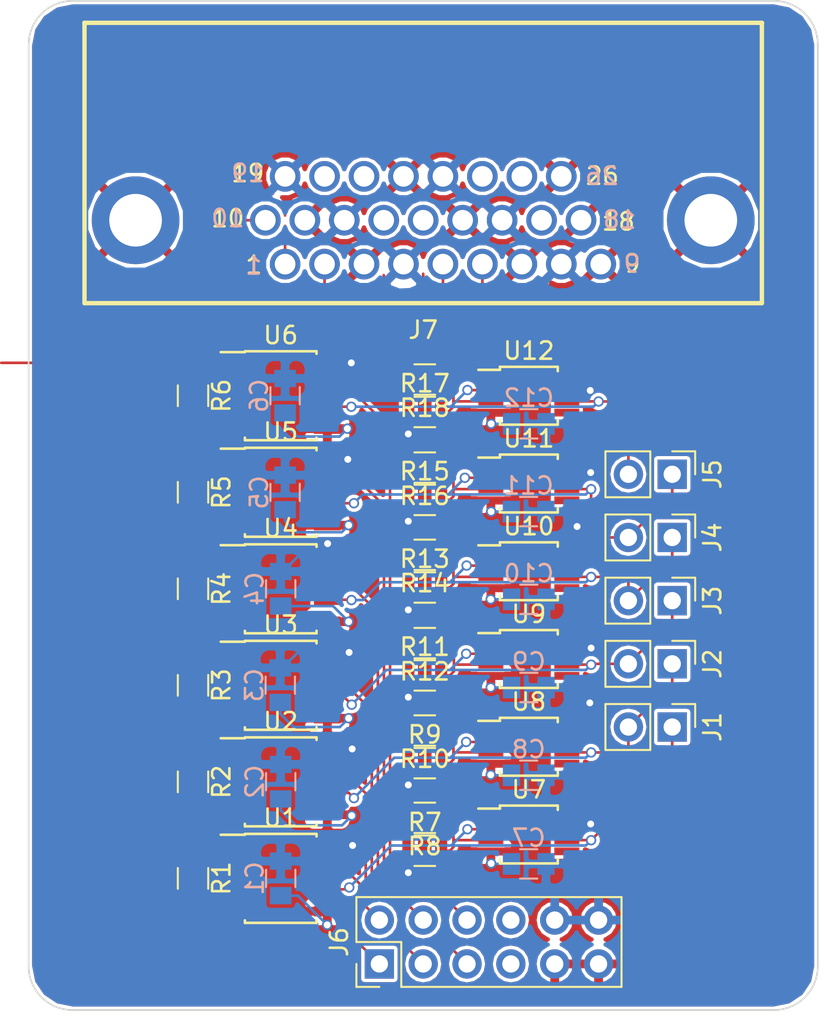
<source format=kicad_pcb>
(kicad_pcb (version 4) (host pcbnew 4.0.7)
  (layers (0 F.Cu signal) (31 B.Cu signal) (34 B.Paste user) (35 F.Paste user) (36 B.SilkS user) (37 F.SilkS user) (38 B.Mask user) (39 F.Mask user) (44 Edge.Cuts user))
  (net 0 "")
  (net 1 REF0)
  (net 2 REF1)
  (net 3 REF2)
  (net 4 REF3)
  (net 5 REF4)
  (net 6 REF5)
  (net 7 VOUT_0)
  (net 8 VOUT_1)
  (net 9 VOUT_2)
  (net 10 VOUT_3)
  (net 11 VOUT_4)
  (net 12 VOUT_5)
  (net 13 "Net-(J6-Pad7)")
  (net 14 "Net-(J6-Pad8)")
  (net 15 GND)
  (net 16 +3V3)
  (net 17 SIG_0_-)
  (net 18 SIG_1_+)
  (net 19 SIG_3_-)
  (net 20 SIG_4_+)
  (net 21 SIG_0_+)
  (net 22 SIG_2_-)
  (net 23 SIG_3_+)
  (net 24 SIG_5_-)
  (net 25 SIG_1_-)
  (net 26 SIG_2_+)
  (net 27 SIG_4_-)
  (net 28 SIG_5_+)
  (net 29 "Net-(R1-Pad1)")
  (net 30 "Net-(R1-Pad2)")
  (net 31 "Net-(R2-Pad1)")
  (net 32 "Net-(R2-Pad2)")
  (net 33 "Net-(R3-Pad1)")
  (net 34 "Net-(R3-Pad2)")
  (net 35 "Net-(R4-Pad1)")
  (net 36 "Net-(R4-Pad2)")
  (net 37 "Net-(R5-Pad1)")
  (net 38 "Net-(R5-Pad2)")
  (net 39 "Net-(R6-Pad1)")
  (net 40 "Net-(R6-Pad2)")
  (net 41 "Net-(R7-Pad2)")
  (net 42 "Net-(R10-Pad1)")
  (net 43 "Net-(R11-Pad2)")
  (net 44 "Net-(R13-Pad2)")
  (net 45 "Net-(R15-Pad2)")
  (net 46 "Net-(R17-Pad2)")
  (net 47 "Net-(U7-Pad1)")
  (net 48 "Net-(U7-Pad5)")
  (net 49 "Net-(U7-Pad8)")
  (net 50 "Net-(U8-Pad1)")
  (net 51 "Net-(U8-Pad5)")
  (net 52 "Net-(U8-Pad8)")
  (net 53 "Net-(U9-Pad1)")
  (net 54 "Net-(U9-Pad5)")
  (net 55 "Net-(U9-Pad8)")
  (net 56 "Net-(U10-Pad1)")
  (net 57 "Net-(U10-Pad5)")
  (net 58 "Net-(U10-Pad8)")
  (net 59 "Net-(U11-Pad1)")
  (net 60 "Net-(U11-Pad5)")
  (net 61 "Net-(U11-Pad8)")
  (net 62 "Net-(U12-Pad1)")
  (net 63 "Net-(U12-Pad5)")
  (net 64 "Net-(U12-Pad8)")
  (module sternie:DB-26_hd (layer F.Cu) (at 137.16 93.98 180)
    (fp_text reference J7 (at 0 -6.35 180) (layer F.SilkS))
    (fp_text value DB-26)
    (fp_text user 26 (at -10.38 2.57 180) (layer F.SilkS))
    (fp_text user 18 (at -11.31 -0.08 180) (layer F.SilkS))
    (fp_text user 9 (at -12.1 -2.51 180) (layer F.SilkS))
    (fp_text user 19 (at 10.16 2.72 180) (layer F.SilkS))
    (fp_text user 10 (at 11.32 0.11 180) (layer F.SilkS))
    (fp_text user 1 (at 9.81 -2.59 180) (layer F.SilkS))
    (fp_text user 9 (at -12.1 -2.52 180) (layer B.SilkS) (effects (justify mirror)))
    (fp_text user 18 (at -11.38 0.03 180) (layer B.SilkS) (effects (justify mirror)))
    (fp_text user 26 (at -10.34 2.56 180) (layer B.SilkS) (effects (justify mirror)))
    (fp_text user 1 (at 9.82 -2.63 180) (layer B.SilkS) (effects (justify mirror)))
    (fp_text user 10 (at 11.32 0.12 180) (layer B.SilkS) (effects (justify mirror)))
    (fp_text user 19 (at 10.15 2.73 360) (layer B.SilkS) (effects (justify mirror)))
    (pad 1 thru_hole circle (at 8.001 -2.54 180) (size 1.778 1.778) (drill 1.1938) (layers *.Cu *.Mask) (net 17 SIG_0_-))
    (pad 27 thru_hole circle (at -16.6624 0 180) (size 5.08 5.08) (drill 3.048) (layers *.Cu *.Mask) (net 15 GND))
    (pad 27 thru_hole circle (at 16.6624 0 180) (size 5.08 5.08) (drill 3.048) (layers *.Cu *.Mask) (net 15 GND))
    (pad 2 thru_hole circle (at 5.715 -2.54 180) (size 1.778 1.778) (drill 1.1938) (layers *.Cu *.Mask) (net 18 SIG_1_+))
    (pad 3 thru_hole circle (at 3.429 -2.54 180) (size 1.778 1.778) (drill 1.1938) (layers *.Cu *.Mask) (net 15 GND))
    (pad 4 thru_hole circle (at 1.143 -2.54 180) (size 1.778 1.778) (drill 1.1938) (layers *.Cu *.Mask) (net 16 +3V3))
    (pad 5 thru_hole circle (at -1.143 -2.54 180) (size 1.778 1.778) (drill 1.1938) (layers *.Cu *.Mask) (net 19 SIG_3_-))
    (pad 6 thru_hole circle (at -3.429 -2.54 180) (size 1.778 1.778) (drill 1.1938) (layers *.Cu *.Mask) (net 20 SIG_4_+))
    (pad 7 thru_hole circle (at -5.715 -2.54 180) (size 1.778 1.778) (drill 1.1938) (layers *.Cu *.Mask) (net 15 GND))
    (pad 8 thru_hole circle (at -8.001 -2.54 180) (size 1.778 1.778) (drill 1.1938) (layers *.Cu *.Mask) (net 16 +3V3))
    (pad 9 thru_hole circle (at -10.287 -2.54 180) (size 1.778 1.778) (drill 1.1938) (layers *.Cu *.Mask) (net 15 GND))
    (pad 10 thru_hole circle (at 9.144 0 180) (size 1.778 1.778) (drill 1.1938) (layers *.Cu *.Mask) (net 21 SIG_0_+))
    (pad 11 thru_hole circle (at 6.858 0 180) (size 1.778 1.778) (drill 1.1938) (layers *.Cu *.Mask) (net 15 GND))
    (pad 12 thru_hole circle (at 4.572 0 180) (size 1.778 1.778) (drill 1.1938) (layers *.Cu *.Mask) (net 16 +3V3))
    (pad 13 thru_hole circle (at 2.286 0 180) (size 1.778 1.778) (drill 1.1938) (layers *.Cu *.Mask) (net 22 SIG_2_-))
    (pad 14 thru_hole circle (at 0 0 180) (size 1.778 1.778) (drill 1.1938) (layers *.Cu *.Mask) (net 23 SIG_3_+))
    (pad 15 thru_hole circle (at -2.286 0 180) (size 1.778 1.778) (drill 1.1938) (layers *.Cu *.Mask) (net 15 GND))
    (pad 16 thru_hole circle (at -4.572 0 180) (size 1.778 1.778) (drill 1.1938) (layers *.Cu *.Mask) (net 16 +3V3))
    (pad 17 thru_hole circle (at -6.858 0 180) (size 1.778 1.778) (drill 1.1938) (layers *.Cu *.Mask) (net 24 SIG_5_-))
    (pad 18 thru_hole circle (at -9.144 0 180) (size 1.778 1.778) (drill 1.1938) (layers *.Cu *.Mask) (net 15 GND))
    (pad 19 thru_hole circle (at 8.001 2.54 180) (size 1.778 1.778) (drill 1.1938) (layers *.Cu *.Mask) (net 16 +3V3))
    (pad 20 thru_hole circle (at 5.715 2.54 180) (size 1.778 1.778) (drill 1.1938) (layers *.Cu *.Mask) (net 25 SIG_1_-))
    (pad 21 thru_hole circle (at 3.429 2.54 180) (size 1.778 1.778) (drill 1.1938) (layers *.Cu *.Mask) (net 26 SIG_2_+))
    (pad 22 thru_hole circle (at 1.143 2.54 180) (size 1.778 1.778) (drill 1.1938) (layers *.Cu *.Mask) (net 15 GND))
    (pad 23 thru_hole circle (at -1.143 2.54 180) (size 1.778 1.778) (drill 1.1938) (layers *.Cu *.Mask) (net 16 +3V3))
    (pad 24 thru_hole circle (at -3.429 2.54 180) (size 1.778 1.778) (drill 1.1938) (layers *.Cu *.Mask) (net 27 SIG_4_-))
    (pad 25 thru_hole circle (at -5.715 2.54 180) (size 1.778 1.778) (drill 1.1938) (layers *.Cu *.Mask) (net 28 SIG_5_+))
    (pad 26 thru_hole circle (at -8.001 2.54 180) (size 1.778 1.778) (drill 1.1938) (layers *.Cu *.Mask) (net 15 GND))
  )
  (module Pin_Headers:Pin_Header_Straight_1x02_Pitch2.54mm (layer F.Cu) (at 151.5872 116.0018 270)
    (fp_text reference J3 (at 0 -2.33 270) (layer F.SilkS))
    (fp_text value Conn_01x02_Male)
    (pad 1 thru_hole rect (at 0 0 270) (size 1.7 1.7) (drill 1) (layers *.Cu *.Mask) (net 3 REF2))
    (pad 2 thru_hole oval (at 0 2.54 270) (size 1.7 1.7) (drill 1) (layers *.Cu *.Mask) (net 4 REF3))
  )
  (module Pin_Headers:Pin_Header_Straight_2x06_Pitch2.54mm (layer F.Cu) (at 134.62 137.033 90)
    (fp_text reference J6 (at 1.27 -2.33 90) (layer F.SilkS))
    (fp_text value Conn_02x06_Odd_Even)
    (pad 1 thru_hole rect (at 0 0 90) (size 1.7 1.7) (drill 1) (layers *.Cu *.Mask) (net 7 VOUT_0))
    (pad 2 thru_hole oval (at 2.54 0 90) (size 1.7 1.7) (drill 1) (layers *.Cu *.Mask) (net 8 VOUT_1))
    (pad 3 thru_hole oval (at 0 2.54 90) (size 1.7 1.7) (drill 1) (layers *.Cu *.Mask) (net 9 VOUT_2))
    (pad 4 thru_hole oval (at 2.54 2.54 90) (size 1.7 1.7) (drill 1) (layers *.Cu *.Mask) (net 10 VOUT_3))
    (pad 5 thru_hole oval (at 0 5.08 90) (size 1.7 1.7) (drill 1) (layers *.Cu *.Mask) (net 11 VOUT_4))
    (pad 6 thru_hole oval (at 2.54 5.08 90) (size 1.7 1.7) (drill 1) (layers *.Cu *.Mask) (net 12 VOUT_5))
    (pad 7 thru_hole oval (at 0 7.62 90) (size 1.7 1.7) (drill 1) (layers *.Cu *.Mask) (net 13 "Net-(J6-Pad7)"))
    (pad 8 thru_hole oval (at 2.54 7.62 90) (size 1.7 1.7) (drill 1) (layers *.Cu *.Mask) (net 14 "Net-(J6-Pad8)"))
    (pad 9 thru_hole oval (at 0 10.16 90) (size 1.7 1.7) (drill 1) (layers *.Cu *.Mask) (net 15 GND))
    (pad 10 thru_hole oval (at 2.54 10.16 90) (size 1.7 1.7) (drill 1) (layers *.Cu *.Mask) (net 16 +3V3))
    (pad 11 thru_hole oval (at 0 12.7 90) (size 1.7 1.7) (drill 1) (layers *.Cu *.Mask) (net 15 GND))
    (pad 12 thru_hole oval (at 2.54 12.7 90) (size 1.7 1.7) (drill 1) (layers *.Cu *.Mask) (net 16 +3V3))
  )
  (module Resistors_SMD:R_0805 (layer F.Cu) (at 137.2514 123.5202 180)
    (fp_text reference R10 (at 0 -1.65 180) (layer F.SilkS))
    (fp_text value 1k)
    (pad 1 smd rect (at -0.95 0 180) (size 0.7 1.3) (layers F.Cu F.Paste F.Mask) (net 42 "Net-(R10-Pad1)"))
    (pad 2 smd rect (at 0.95 0 180) (size 0.7 1.3) (layers F.Cu F.Paste F.Mask) (net 15 GND))
  )
  (module Pin_Headers:Pin_Header_Straight_1x02_Pitch2.54mm (layer F.Cu) (at 151.5872 123.317 270)
    (fp_text reference J1 (at 0 -2.33 270) (layer F.SilkS))
    (fp_text value Conn_01x02_Male)
    (pad 1 thru_hole rect (at 0 0 270) (size 1.7 1.7) (drill 1) (layers *.Cu *.Mask) (net 1 REF0))
    (pad 2 thru_hole oval (at 0 2.54 270) (size 1.7 1.7) (drill 1) (layers *.Cu *.Mask) (net 2 REF1))
  )
  (module Pin_Headers:Pin_Header_Straight_1x02_Pitch2.54mm (layer F.Cu) (at 151.5872 119.6594 270)
    (fp_text reference J2 (at 0 -2.33 270) (layer F.SilkS))
    (fp_text value Conn_01x02_Male)
    (pad 1 thru_hole rect (at 0 0 270) (size 1.7 1.7) (drill 1) (layers *.Cu *.Mask) (net 2 REF1))
    (pad 2 thru_hole oval (at 0 2.54 270) (size 1.7 1.7) (drill 1) (layers *.Cu *.Mask) (net 3 REF2))
  )
  (module Pin_Headers:Pin_Header_Straight_1x02_Pitch2.54mm (layer F.Cu) (at 151.5872 112.3442 270)
    (fp_text reference J4 (at 0 -2.33 270) (layer F.SilkS))
    (fp_text value Conn_01x02_Male)
    (pad 1 thru_hole rect (at 0 0 270) (size 1.7 1.7) (drill 1) (layers *.Cu *.Mask) (net 4 REF3))
    (pad 2 thru_hole oval (at 0 2.54 270) (size 1.7 1.7) (drill 1) (layers *.Cu *.Mask) (net 5 REF4))
  )
  (module Pin_Headers:Pin_Header_Straight_1x02_Pitch2.54mm (layer F.Cu) (at 151.5872 108.6866 270)
    (fp_text reference J5 (at 0 -2.33 270) (layer F.SilkS))
    (fp_text value Conn_01x02_Male)
    (pad 1 thru_hole rect (at 0 0 270) (size 1.7 1.7) (drill 1) (layers *.Cu *.Mask) (net 5 REF4))
    (pad 2 thru_hole oval (at 0 2.54 270) (size 1.7 1.7) (drill 1) (layers *.Cu *.Mask) (net 6 REF5))
  )
  (module Resistors_SMD:R_0805 (layer F.Cu) (at 123.825 132.08 270)
    (fp_text reference R1 (at 0 -1.65 270) (layer F.SilkS))
    (fp_text value GAIN)
    (pad 1 smd rect (at -0.95 0 270) (size 0.7 1.3) (layers F.Cu F.Paste F.Mask) (net 29 "Net-(R1-Pad1)"))
    (pad 2 smd rect (at 0.95 0 270) (size 0.7 1.3) (layers F.Cu F.Paste F.Mask) (net 30 "Net-(R1-Pad2)"))
  )
  (module Resistors_SMD:R_0805 (layer F.Cu) (at 123.825 126.492 270)
    (fp_text reference R2 (at 0 -1.65 270) (layer F.SilkS))
    (fp_text value GAIN)
    (pad 1 smd rect (at -0.95 0 270) (size 0.7 1.3) (layers F.Cu F.Paste F.Mask) (net 31 "Net-(R2-Pad1)"))
    (pad 2 smd rect (at 0.95 0 270) (size 0.7 1.3) (layers F.Cu F.Paste F.Mask) (net 32 "Net-(R2-Pad2)"))
  )
  (module Resistors_SMD:R_0805 (layer F.Cu) (at 123.825 120.904 270)
    (fp_text reference R3 (at 0 -1.65 270) (layer F.SilkS))
    (fp_text value GAIN)
    (pad 1 smd rect (at -0.95 0 270) (size 0.7 1.3) (layers F.Cu F.Paste F.Mask) (net 33 "Net-(R3-Pad1)"))
    (pad 2 smd rect (at 0.95 0 270) (size 0.7 1.3) (layers F.Cu F.Paste F.Mask) (net 34 "Net-(R3-Pad2)"))
  )
  (module Resistors_SMD:R_0805 (layer F.Cu) (at 123.825 115.316 270)
    (fp_text reference R4 (at 0 -1.65 270) (layer F.SilkS))
    (fp_text value GAIN)
    (pad 1 smd rect (at -0.95 0 270) (size 0.7 1.3) (layers F.Cu F.Paste F.Mask) (net 35 "Net-(R4-Pad1)"))
    (pad 2 smd rect (at 0.95 0 270) (size 0.7 1.3) (layers F.Cu F.Paste F.Mask) (net 36 "Net-(R4-Pad2)"))
  )
  (module Resistors_SMD:R_0805 (layer F.Cu) (at 123.825 109.728 270)
    (fp_text reference R5 (at 0 -1.65 270) (layer F.SilkS))
    (fp_text value GAIN)
    (pad 1 smd rect (at -0.95 0 270) (size 0.7 1.3) (layers F.Cu F.Paste F.Mask) (net 37 "Net-(R5-Pad1)"))
    (pad 2 smd rect (at 0.95 0 270) (size 0.7 1.3) (layers F.Cu F.Paste F.Mask) (net 38 "Net-(R5-Pad2)"))
  )
  (module Resistors_SMD:R_0805 (layer F.Cu) (at 123.825 104.14 270)
    (fp_text reference R6 (at 0 -1.65 270) (layer F.SilkS))
    (fp_text value GAIN)
    (pad 1 smd rect (at -0.95 0 270) (size 0.7 1.3) (layers F.Cu F.Paste F.Mask) (net 39 "Net-(R6-Pad1)"))
    (pad 2 smd rect (at 0.95 0 270) (size 0.7 1.3) (layers F.Cu F.Paste F.Mask) (net 40 "Net-(R6-Pad2)"))
  )
  (module Resistors_SMD:R_0805 (layer F.Cu) (at 137.2514 130.4798)
    (fp_text reference R7 (at 0 -1.65) (layer F.SilkS))
    (fp_text value 1k)
    (pad 1 smd rect (at -0.95 0) (size 0.7 1.3) (layers F.Cu F.Paste F.Mask) (net 16 +3V3))
    (pad 2 smd rect (at 0.95 0) (size 0.7 1.3) (layers F.Cu F.Paste F.Mask) (net 41 "Net-(R7-Pad2)"))
  )
  (module Resistors_SMD:R_0805 (layer F.Cu) (at 137.2514 128.5748 180)
    (fp_text reference R8 (at 0 -1.65 180) (layer F.SilkS))
    (fp_text value 1k)
    (pad 1 smd rect (at -0.95 0 180) (size 0.7 1.3) (layers F.Cu F.Paste F.Mask) (net 41 "Net-(R7-Pad2)"))
    (pad 2 smd rect (at 0.95 0 180) (size 0.7 1.3) (layers F.Cu F.Paste F.Mask) (net 15 GND))
  )
  (module Resistors_SMD:R_0805 (layer F.Cu) (at 137.2514 125.41)
    (fp_text reference R9 (at 0 -1.65) (layer F.SilkS))
    (fp_text value 1k)
    (pad 1 smd rect (at -0.95 0) (size 0.7 1.3) (layers F.Cu F.Paste F.Mask) (net 16 +3V3))
    (pad 2 smd rect (at 0.95 0) (size 0.7 1.3) (layers F.Cu F.Paste F.Mask) (net 42 "Net-(R10-Pad1)"))
  )
  (module Resistors_SMD:R_0805 (layer F.Cu) (at 137.2514 120.33)
    (fp_text reference R11 (at 0 -1.65) (layer F.SilkS))
    (fp_text value 1k)
    (pad 1 smd rect (at -0.95 0) (size 0.7 1.3) (layers F.Cu F.Paste F.Mask) (net 16 +3V3))
    (pad 2 smd rect (at 0.95 0) (size 0.7 1.3) (layers F.Cu F.Paste F.Mask) (net 43 "Net-(R11-Pad2)"))
  )
  (module Resistors_SMD:R_0805 (layer F.Cu) (at 137.2514 118.46 180)
    (fp_text reference R12 (at 0 -1.65 180) (layer F.SilkS))
    (fp_text value 1k)
    (pad 1 smd rect (at -0.95 0 180) (size 0.7 1.3) (layers F.Cu F.Paste F.Mask) (net 43 "Net-(R11-Pad2)"))
    (pad 2 smd rect (at 0.95 0 180) (size 0.7 1.3) (layers F.Cu F.Paste F.Mask) (net 15 GND))
  )
  (module Resistors_SMD:R_0805 (layer F.Cu) (at 137.2514 115.2398)
    (fp_text reference R13 (at 0 -1.65) (layer F.SilkS))
    (fp_text value 1k)
    (pad 1 smd rect (at -0.95 0) (size 0.7 1.3) (layers F.Cu F.Paste F.Mask) (net 16 +3V3))
    (pad 2 smd rect (at 0.95 0) (size 0.7 1.3) (layers F.Cu F.Paste F.Mask) (net 44 "Net-(R13-Pad2)"))
  )
  (module Resistors_SMD:R_0805 (layer F.Cu) (at 137.2514 113.35 180)
    (fp_text reference R14 (at 0 -1.65 180) (layer F.SilkS))
    (fp_text value 1k)
    (pad 1 smd rect (at -0.95 0 180) (size 0.7 1.3) (layers F.Cu F.Paste F.Mask) (net 44 "Net-(R13-Pad2)"))
    (pad 2 smd rect (at 0.95 0 180) (size 0.7 1.3) (layers F.Cu F.Paste F.Mask) (net 15 GND))
  )
  (module Resistors_SMD:R_0805 (layer F.Cu) (at 137.2514 110.17)
    (fp_text reference R15 (at 0 -1.65) (layer F.SilkS))
    (fp_text value 1k)
    (pad 1 smd rect (at -0.95 0) (size 0.7 1.3) (layers F.Cu F.Paste F.Mask) (net 16 +3V3))
    (pad 2 smd rect (at 0.95 0) (size 0.7 1.3) (layers F.Cu F.Paste F.Mask) (net 45 "Net-(R15-Pad2)"))
  )
  (module Resistors_SMD:R_0805 (layer F.Cu) (at 137.2514 108.3 180)
    (fp_text reference R16 (at 0 -1.65 180) (layer F.SilkS))
    (fp_text value 1k)
    (pad 1 smd rect (at -0.95 0 180) (size 0.7 1.3) (layers F.Cu F.Paste F.Mask) (net 45 "Net-(R15-Pad2)"))
    (pad 2 smd rect (at 0.95 0 180) (size 0.7 1.3) (layers F.Cu F.Paste F.Mask) (net 15 GND))
  )
  (module Resistors_SMD:R_0805 (layer F.Cu) (at 137.2514 105.0798)
    (fp_text reference R17 (at 0 -1.65) (layer F.SilkS))
    (fp_text value 1k)
    (pad 1 smd rect (at -0.95 0) (size 0.7 1.3) (layers F.Cu F.Paste F.Mask) (net 16 +3V3))
    (pad 2 smd rect (at 0.95 0) (size 0.7 1.3) (layers F.Cu F.Paste F.Mask) (net 46 "Net-(R17-Pad2)"))
  )
  (module Resistors_SMD:R_0805 (layer F.Cu) (at 137.2514 103.2002 180)
    (fp_text reference R18 (at 0 -1.65 180) (layer F.SilkS))
    (fp_text value 1k)
    (pad 1 smd rect (at -0.95 0 180) (size 0.7 1.3) (layers F.Cu F.Paste F.Mask) (net 46 "Net-(R17-Pad2)"))
    (pad 2 smd rect (at 0.95 0 180) (size 0.7 1.3) (layers F.Cu F.Paste F.Mask) (net 15 GND))
  )
  (module Housings_SOIC:SOIC-8_3.9x4.9mm_Pitch1.27mm (layer F.Cu) (at 128.905 132.08)
    (fp_text reference U1 (at 0 -3.5) (layer F.SilkS))
    (fp_text value AD8227)
    (pad 1 smd rect (at -2.7 -1.905) (size 1.55 0.6) (layers F.Cu F.Paste F.Mask) (net 21 SIG_0_+))
    (pad 2 smd rect (at -2.7 -0.635) (size 1.55 0.6) (layers F.Cu F.Paste F.Mask) (net 29 "Net-(R1-Pad1)"))
    (pad 3 smd rect (at -2.7 0.635) (size 1.55 0.6) (layers F.Cu F.Paste F.Mask) (net 30 "Net-(R1-Pad2)"))
    (pad 4 smd rect (at -2.7 1.905) (size 1.55 0.6) (layers F.Cu F.Paste F.Mask) (net 17 SIG_0_-))
    (pad 5 smd rect (at 2.7 1.905) (size 1.55 0.6) (layers F.Cu F.Paste F.Mask) (net 15 GND))
    (pad 6 smd rect (at 2.7 0.635) (size 1.55 0.6) (layers F.Cu F.Paste F.Mask) (net 1 REF0))
    (pad 7 smd rect (at 2.7 -0.635) (size 1.55 0.6) (layers F.Cu F.Paste F.Mask) (net 7 VOUT_0))
    (pad 8 smd rect (at 2.7 -1.905) (size 1.55 0.6) (layers F.Cu F.Paste F.Mask) (net 16 +3V3))
  )
  (module Housings_SOIC:SOIC-8_3.9x4.9mm_Pitch1.27mm (layer F.Cu) (at 128.905 126.492)
    (fp_text reference U2 (at 0 -3.5) (layer F.SilkS))
    (fp_text value AD8227)
    (pad 1 smd rect (at -2.7 -1.905) (size 1.55 0.6) (layers F.Cu F.Paste F.Mask) (net 18 SIG_1_+))
    (pad 2 smd rect (at -2.7 -0.635) (size 1.55 0.6) (layers F.Cu F.Paste F.Mask) (net 31 "Net-(R2-Pad1)"))
    (pad 3 smd rect (at -2.7 0.635) (size 1.55 0.6) (layers F.Cu F.Paste F.Mask) (net 32 "Net-(R2-Pad2)"))
    (pad 4 smd rect (at -2.7 1.905) (size 1.55 0.6) (layers F.Cu F.Paste F.Mask) (net 25 SIG_1_-))
    (pad 5 smd rect (at 2.7 1.905) (size 1.55 0.6) (layers F.Cu F.Paste F.Mask) (net 15 GND))
    (pad 6 smd rect (at 2.7 0.635) (size 1.55 0.6) (layers F.Cu F.Paste F.Mask) (net 2 REF1))
    (pad 7 smd rect (at 2.7 -0.635) (size 1.55 0.6) (layers F.Cu F.Paste F.Mask) (net 8 VOUT_1))
    (pad 8 smd rect (at 2.7 -1.905) (size 1.55 0.6) (layers F.Cu F.Paste F.Mask) (net 16 +3V3))
  )
  (module Housings_SOIC:SOIC-8_3.9x4.9mm_Pitch1.27mm (layer F.Cu) (at 128.905 120.904)
    (fp_text reference U3 (at 0 -3.5) (layer F.SilkS))
    (fp_text value AD8227)
    (pad 1 smd rect (at -2.7 -1.905) (size 1.55 0.6) (layers F.Cu F.Paste F.Mask) (net 26 SIG_2_+))
    (pad 2 smd rect (at -2.7 -0.635) (size 1.55 0.6) (layers F.Cu F.Paste F.Mask) (net 33 "Net-(R3-Pad1)"))
    (pad 3 smd rect (at -2.7 0.635) (size 1.55 0.6) (layers F.Cu F.Paste F.Mask) (net 34 "Net-(R3-Pad2)"))
    (pad 4 smd rect (at -2.7 1.905) (size 1.55 0.6) (layers F.Cu F.Paste F.Mask) (net 22 SIG_2_-))
    (pad 5 smd rect (at 2.7 1.905) (size 1.55 0.6) (layers F.Cu F.Paste F.Mask) (net 15 GND))
    (pad 6 smd rect (at 2.7 0.635) (size 1.55 0.6) (layers F.Cu F.Paste F.Mask) (net 3 REF2))
    (pad 7 smd rect (at 2.7 -0.635) (size 1.55 0.6) (layers F.Cu F.Paste F.Mask) (net 9 VOUT_2))
    (pad 8 smd rect (at 2.7 -1.905) (size 1.55 0.6) (layers F.Cu F.Paste F.Mask) (net 16 +3V3))
  )
  (module Housings_SOIC:SOIC-8_3.9x4.9mm_Pitch1.27mm (layer F.Cu) (at 128.905 115.316)
    (fp_text reference U4 (at 0 -3.5) (layer F.SilkS))
    (fp_text value AD8227)
    (pad 1 smd rect (at -2.7 -1.905) (size 1.55 0.6) (layers F.Cu F.Paste F.Mask) (net 23 SIG_3_+))
    (pad 2 smd rect (at -2.7 -0.635) (size 1.55 0.6) (layers F.Cu F.Paste F.Mask) (net 35 "Net-(R4-Pad1)"))
    (pad 3 smd rect (at -2.7 0.635) (size 1.55 0.6) (layers F.Cu F.Paste F.Mask) (net 36 "Net-(R4-Pad2)"))
    (pad 4 smd rect (at -2.7 1.905) (size 1.55 0.6) (layers F.Cu F.Paste F.Mask) (net 19 SIG_3_-))
    (pad 5 smd rect (at 2.7 1.905) (size 1.55 0.6) (layers F.Cu F.Paste F.Mask) (net 15 GND))
    (pad 6 smd rect (at 2.7 0.635) (size 1.55 0.6) (layers F.Cu F.Paste F.Mask) (net 4 REF3))
    (pad 7 smd rect (at 2.7 -0.635) (size 1.55 0.6) (layers F.Cu F.Paste F.Mask) (net 10 VOUT_3))
    (pad 8 smd rect (at 2.7 -1.905) (size 1.55 0.6) (layers F.Cu F.Paste F.Mask) (net 16 +3V3))
  )
  (module Housings_SOIC:SOIC-8_3.9x4.9mm_Pitch1.27mm (layer F.Cu) (at 128.905 109.728)
    (fp_text reference U5 (at 0 -3.5) (layer F.SilkS))
    (fp_text value AD8227)
    (pad 1 smd rect (at -2.7 -1.905) (size 1.55 0.6) (layers F.Cu F.Paste F.Mask) (net 20 SIG_4_+))
    (pad 2 smd rect (at -2.7 -0.635) (size 1.55 0.6) (layers F.Cu F.Paste F.Mask) (net 37 "Net-(R5-Pad1)"))
    (pad 3 smd rect (at -2.7 0.635) (size 1.55 0.6) (layers F.Cu F.Paste F.Mask) (net 38 "Net-(R5-Pad2)"))
    (pad 4 smd rect (at -2.7 1.905) (size 1.55 0.6) (layers F.Cu F.Paste F.Mask) (net 27 SIG_4_-))
    (pad 5 smd rect (at 2.7 1.905) (size 1.55 0.6) (layers F.Cu F.Paste F.Mask) (net 15 GND))
    (pad 6 smd rect (at 2.7 0.635) (size 1.55 0.6) (layers F.Cu F.Paste F.Mask) (net 5 REF4))
    (pad 7 smd rect (at 2.7 -0.635) (size 1.55 0.6) (layers F.Cu F.Paste F.Mask) (net 11 VOUT_4))
    (pad 8 smd rect (at 2.7 -1.905) (size 1.55 0.6) (layers F.Cu F.Paste F.Mask) (net 16 +3V3))
  )
  (module Housings_SOIC:SOIC-8_3.9x4.9mm_Pitch1.27mm (layer F.Cu) (at 128.905 104.14)
    (fp_text reference U6 (at 0 -3.5) (layer F.SilkS))
    (fp_text value AD8227)
    (pad 1 smd rect (at -2.7 -1.905) (size 1.55 0.6) (layers F.Cu F.Paste F.Mask) (net 28 SIG_5_+))
    (pad 2 smd rect (at -2.7 -0.635) (size 1.55 0.6) (layers F.Cu F.Paste F.Mask) (net 39 "Net-(R6-Pad1)"))
    (pad 3 smd rect (at -2.7 0.635) (size 1.55 0.6) (layers F.Cu F.Paste F.Mask) (net 40 "Net-(R6-Pad2)"))
    (pad 4 smd rect (at -2.7 1.905) (size 1.55 0.6) (layers F.Cu F.Paste F.Mask) (net 24 SIG_5_-))
    (pad 5 smd rect (at 2.7 1.905) (size 1.55 0.6) (layers F.Cu F.Paste F.Mask) (net 15 GND))
    (pad 6 smd rect (at 2.7 0.635) (size 1.55 0.6) (layers F.Cu F.Paste F.Mask) (net 6 REF5))
    (pad 7 smd rect (at 2.7 -0.635) (size 1.55 0.6) (layers F.Cu F.Paste F.Mask) (net 12 VOUT_5))
    (pad 8 smd rect (at 2.7 -1.905) (size 1.55 0.6) (layers F.Cu F.Paste F.Mask) (net 16 +3V3))
  )
  (module Housings_SSOP:MSOP-8_3x3mm_Pitch0.65mm (layer F.Cu) (at 143.2814 129.54)
    (fp_text reference U7 (at 0 -2.6) (layer F.SilkS))
    (fp_text value OP1177)
    (pad 1 smd rect (at -2.2 -0.975) (size 1.45 0.45) (layers F.Cu F.Paste F.Mask) (net 47 "Net-(U7-Pad1)"))
    (pad 2 smd rect (at -2.2 -0.325) (size 1.45 0.45) (layers F.Cu F.Paste F.Mask) (net 1 REF0))
    (pad 3 smd rect (at -2.2 0.325) (size 1.45 0.45) (layers F.Cu F.Paste F.Mask) (net 41 "Net-(R7-Pad2)"))
    (pad 4 smd rect (at -2.2 0.975) (size 1.45 0.45) (layers F.Cu F.Paste F.Mask) (net 15 GND))
    (pad 5 smd rect (at 2.2 0.975) (size 1.45 0.45) (layers F.Cu F.Paste F.Mask) (net 48 "Net-(U7-Pad5)"))
    (pad 6 smd rect (at 2.2 0.325) (size 1.45 0.45) (layers F.Cu F.Paste F.Mask) (net 1 REF0))
    (pad 7 smd rect (at 2.2 -0.325) (size 1.45 0.45) (layers F.Cu F.Paste F.Mask) (net 16 +3V3))
    (pad 8 smd rect (at 2.2 -0.975) (size 1.45 0.45) (layers F.Cu F.Paste F.Mask) (net 49 "Net-(U7-Pad8)"))
  )
  (module Housings_SSOP:MSOP-8_3x3mm_Pitch0.65mm (layer F.Cu) (at 143.2814 124.46)
    (fp_text reference U8 (at 0 -2.6) (layer F.SilkS))
    (fp_text value OP1177)
    (pad 1 smd rect (at -2.2 -0.975) (size 1.45 0.45) (layers F.Cu F.Paste F.Mask) (net 50 "Net-(U8-Pad1)"))
    (pad 2 smd rect (at -2.2 -0.325) (size 1.45 0.45) (layers F.Cu F.Paste F.Mask) (net 2 REF1))
    (pad 3 smd rect (at -2.2 0.325) (size 1.45 0.45) (layers F.Cu F.Paste F.Mask) (net 42 "Net-(R10-Pad1)"))
    (pad 4 smd rect (at -2.2 0.975) (size 1.45 0.45) (layers F.Cu F.Paste F.Mask) (net 15 GND))
    (pad 5 smd rect (at 2.2 0.975) (size 1.45 0.45) (layers F.Cu F.Paste F.Mask) (net 51 "Net-(U8-Pad5)"))
    (pad 6 smd rect (at 2.2 0.325) (size 1.45 0.45) (layers F.Cu F.Paste F.Mask) (net 2 REF1))
    (pad 7 smd rect (at 2.2 -0.325) (size 1.45 0.45) (layers F.Cu F.Paste F.Mask) (net 16 +3V3))
    (pad 8 smd rect (at 2.2 -0.975) (size 1.45 0.45) (layers F.Cu F.Paste F.Mask) (net 52 "Net-(U8-Pad8)"))
  )
  (module Housings_SSOP:MSOP-8_3x3mm_Pitch0.65mm (layer F.Cu) (at 143.2814 119.38)
    (fp_text reference U9 (at 0 -2.6) (layer F.SilkS))
    (fp_text value OP1177)
    (pad 1 smd rect (at -2.2 -0.975) (size 1.45 0.45) (layers F.Cu F.Paste F.Mask) (net 53 "Net-(U9-Pad1)"))
    (pad 2 smd rect (at -2.2 -0.325) (size 1.45 0.45) (layers F.Cu F.Paste F.Mask) (net 3 REF2))
    (pad 3 smd rect (at -2.2 0.325) (size 1.45 0.45) (layers F.Cu F.Paste F.Mask) (net 43 "Net-(R11-Pad2)"))
    (pad 4 smd rect (at -2.2 0.975) (size 1.45 0.45) (layers F.Cu F.Paste F.Mask) (net 15 GND))
    (pad 5 smd rect (at 2.2 0.975) (size 1.45 0.45) (layers F.Cu F.Paste F.Mask) (net 54 "Net-(U9-Pad5)"))
    (pad 6 smd rect (at 2.2 0.325) (size 1.45 0.45) (layers F.Cu F.Paste F.Mask) (net 3 REF2))
    (pad 7 smd rect (at 2.2 -0.325) (size 1.45 0.45) (layers F.Cu F.Paste F.Mask) (net 16 +3V3))
    (pad 8 smd rect (at 2.2 -0.975) (size 1.45 0.45) (layers F.Cu F.Paste F.Mask) (net 55 "Net-(U9-Pad8)"))
  )
  (module Housings_SSOP:MSOP-8_3x3mm_Pitch0.65mm (layer F.Cu) (at 143.2814 114.3)
    (fp_text reference U10 (at 0 -2.6) (layer F.SilkS))
    (fp_text value OP1177)
    (pad 1 smd rect (at -2.2 -0.975) (size 1.45 0.45) (layers F.Cu F.Paste F.Mask) (net 56 "Net-(U10-Pad1)"))
    (pad 2 smd rect (at -2.2 -0.325) (size 1.45 0.45) (layers F.Cu F.Paste F.Mask) (net 4 REF3))
    (pad 3 smd rect (at -2.2 0.325) (size 1.45 0.45) (layers F.Cu F.Paste F.Mask) (net 44 "Net-(R13-Pad2)"))
    (pad 4 smd rect (at -2.2 0.975) (size 1.45 0.45) (layers F.Cu F.Paste F.Mask) (net 15 GND))
    (pad 5 smd rect (at 2.2 0.975) (size 1.45 0.45) (layers F.Cu F.Paste F.Mask) (net 57 "Net-(U10-Pad5)"))
    (pad 6 smd rect (at 2.2 0.325) (size 1.45 0.45) (layers F.Cu F.Paste F.Mask) (net 4 REF3))
    (pad 7 smd rect (at 2.2 -0.325) (size 1.45 0.45) (layers F.Cu F.Paste F.Mask) (net 16 +3V3))
    (pad 8 smd rect (at 2.2 -0.975) (size 1.45 0.45) (layers F.Cu F.Paste F.Mask) (net 58 "Net-(U10-Pad8)"))
  )
  (module Housings_SSOP:MSOP-8_3x3mm_Pitch0.65mm (layer F.Cu) (at 143.2814 109.22)
    (fp_text reference U11 (at 0 -2.6) (layer F.SilkS))
    (fp_text value OP1177)
    (pad 1 smd rect (at -2.2 -0.975) (size 1.45 0.45) (layers F.Cu F.Paste F.Mask) (net 59 "Net-(U11-Pad1)"))
    (pad 2 smd rect (at -2.2 -0.325) (size 1.45 0.45) (layers F.Cu F.Paste F.Mask) (net 5 REF4))
    (pad 3 smd rect (at -2.2 0.325) (size 1.45 0.45) (layers F.Cu F.Paste F.Mask) (net 45 "Net-(R15-Pad2)"))
    (pad 4 smd rect (at -2.2 0.975) (size 1.45 0.45) (layers F.Cu F.Paste F.Mask) (net 15 GND))
    (pad 5 smd rect (at 2.2 0.975) (size 1.45 0.45) (layers F.Cu F.Paste F.Mask) (net 60 "Net-(U11-Pad5)"))
    (pad 6 smd rect (at 2.2 0.325) (size 1.45 0.45) (layers F.Cu F.Paste F.Mask) (net 5 REF4))
    (pad 7 smd rect (at 2.2 -0.325) (size 1.45 0.45) (layers F.Cu F.Paste F.Mask) (net 16 +3V3))
    (pad 8 smd rect (at 2.2 -0.975) (size 1.45 0.45) (layers F.Cu F.Paste F.Mask) (net 61 "Net-(U11-Pad8)"))
  )
  (module Housings_SSOP:MSOP-8_3x3mm_Pitch0.65mm (layer F.Cu) (at 143.2814 104.14)
    (fp_text reference U12 (at 0 -2.6) (layer F.SilkS))
    (fp_text value OP1177)
    (pad 1 smd rect (at -2.2 -0.975) (size 1.45 0.45) (layers F.Cu F.Paste F.Mask) (net 62 "Net-(U12-Pad1)"))
    (pad 2 smd rect (at -2.2 -0.325) (size 1.45 0.45) (layers F.Cu F.Paste F.Mask) (net 6 REF5))
    (pad 3 smd rect (at -2.2 0.325) (size 1.45 0.45) (layers F.Cu F.Paste F.Mask) (net 46 "Net-(R17-Pad2)"))
    (pad 4 smd rect (at -2.2 0.975) (size 1.45 0.45) (layers F.Cu F.Paste F.Mask) (net 15 GND))
    (pad 5 smd rect (at 2.2 0.975) (size 1.45 0.45) (layers F.Cu F.Paste F.Mask) (net 63 "Net-(U12-Pad5)"))
    (pad 6 smd rect (at 2.2 0.325) (size 1.45 0.45) (layers F.Cu F.Paste F.Mask) (net 6 REF5))
    (pad 7 smd rect (at 2.2 -0.325) (size 1.45 0.45) (layers F.Cu F.Paste F.Mask) (net 16 +3V3))
    (pad 8 smd rect (at 2.2 -0.975) (size 1.45 0.45) (layers F.Cu F.Paste F.Mask) (net 64 "Net-(U12-Pad8)"))
  )
  (module Capacitors_SMD:C_0805 (layer B.Cu) (at 128.905 132.08 270)
    (fp_text reference C1 (at 0 1.5 270) (layer B.SilkS) (effects (justify mirror)))
    (fp_text value 100nF)
    (pad 1 smd rect (at -1 0 270) (size 1 1.25) (layers B.Cu B.Paste B.Mask) (net 16 +3V3))
    (pad 2 smd rect (at 1 0 270) (size 1 1.25) (layers B.Cu B.Paste B.Mask) (net 15 GND))
  )
  (module Capacitors_SMD:C_0805 (layer B.Cu) (at 128.905 126.4826 270)
    (fp_text reference C2 (at 0 1.5 270) (layer B.SilkS) (effects (justify mirror)))
    (fp_text value 100nF)
    (pad 1 smd rect (at -1 0 270) (size 1 1.25) (layers B.Cu B.Paste B.Mask) (net 16 +3V3))
    (pad 2 smd rect (at 1 0 270) (size 1 1.25) (layers B.Cu B.Paste B.Mask) (net 15 GND))
  )
  (module Capacitors_SMD:C_0805 (layer B.Cu) (at 128.8796 120.8946 270)
    (fp_text reference C3 (at 0 1.5 270) (layer B.SilkS) (effects (justify mirror)))
    (fp_text value 100nF)
    (pad 1 smd rect (at -1 0 270) (size 1 1.25) (layers B.Cu B.Paste B.Mask) (net 16 +3V3))
    (pad 2 smd rect (at 1 0 270) (size 1 1.25) (layers B.Cu B.Paste B.Mask) (net 15 GND))
  )
  (module Capacitors_SMD:C_0805 (layer B.Cu) (at 128.905 115.316 270)
    (fp_text reference C4 (at 0 1.5 270) (layer B.SilkS) (effects (justify mirror)))
    (fp_text value 100nF)
    (pad 1 smd rect (at -1 0 270) (size 1 1.25) (layers B.Cu B.Paste B.Mask) (net 16 +3V3))
    (pad 2 smd rect (at 1 0 270) (size 1 1.25) (layers B.Cu B.Paste B.Mask) (net 15 GND))
  )
  (module Capacitors_SMD:C_0805 (layer B.Cu) (at 129.159 109.7374 270)
    (fp_text reference C5 (at 0 1.5 270) (layer B.SilkS) (effects (justify mirror)))
    (fp_text value 100nF)
    (pad 1 smd rect (at -1 0 270) (size 1 1.25) (layers B.Cu B.Paste B.Mask) (net 16 +3V3))
    (pad 2 smd rect (at 1 0 270) (size 1 1.25) (layers B.Cu B.Paste B.Mask) (net 15 GND))
  )
  (module Capacitors_SMD:C_0805 (layer B.Cu) (at 129.159 104.14 270)
    (fp_text reference C6 (at 0 1.5 270) (layer B.SilkS) (effects (justify mirror)))
    (fp_text value 100nF)
    (pad 1 smd rect (at -1 0 270) (size 1 1.25) (layers B.Cu B.Paste B.Mask) (net 16 +3V3))
    (pad 2 smd rect (at 1 0 270) (size 1 1.25) (layers B.Cu B.Paste B.Mask) (net 15 GND))
  )
  (module Capacitors_SMD:C_0805 (layer B.Cu) (at 143.272 131.2418 180)
    (fp_text reference C7 (at 0 1.5 180) (layer B.SilkS) (effects (justify mirror)))
    (fp_text value 100nF)
    (pad 1 smd rect (at -1 0 180) (size 1 1.25) (layers B.Cu B.Paste B.Mask) (net 16 +3V3))
    (pad 2 smd rect (at 1 0 180) (size 1 1.25) (layers B.Cu B.Paste B.Mask) (net 15 GND))
  )
  (module Capacitors_SMD:C_0805 (layer B.Cu) (at 143.272 126.111 180)
    (fp_text reference C8 (at 0 1.5 180) (layer B.SilkS) (effects (justify mirror)))
    (fp_text value 100nF)
    (pad 1 smd rect (at -1 0 180) (size 1 1.25) (layers B.Cu B.Paste B.Mask) (net 16 +3V3))
    (pad 2 smd rect (at 1 0 180) (size 1 1.25) (layers B.Cu B.Paste B.Mask) (net 15 GND))
  )
  (module Capacitors_SMD:C_0805 (layer B.Cu) (at 143.2814 121.031 180)
    (fp_text reference C9 (at 0 1.5 180) (layer B.SilkS) (effects (justify mirror)))
    (fp_text value 100nF)
    (pad 1 smd rect (at -1 0 180) (size 1 1.25) (layers B.Cu B.Paste B.Mask) (net 16 +3V3))
    (pad 2 smd rect (at 1 0 180) (size 1 1.25) (layers B.Cu B.Paste B.Mask) (net 15 GND))
  )
  (module Capacitors_SMD:C_0805 (layer B.Cu) (at 143.2814 115.9256 180)
    (fp_text reference C10 (at 0 1.5 180) (layer B.SilkS) (effects (justify mirror)))
    (fp_text value 100nF)
    (pad 1 smd rect (at -1 0 180) (size 1 1.25) (layers B.Cu B.Paste B.Mask) (net 16 +3V3))
    (pad 2 smd rect (at 1 0 180) (size 1 1.25) (layers B.Cu B.Paste B.Mask) (net 15 GND))
  )
  (module Capacitors_SMD:C_0805 (layer B.Cu) (at 143.2654 110.8456 180)
    (fp_text reference C11 (at 0 1.5 180) (layer B.SilkS) (effects (justify mirror)))
    (fp_text value 100nF)
    (pad 1 smd rect (at -1 0 180) (size 1 1.25) (layers B.Cu B.Paste B.Mask) (net 16 +3V3))
    (pad 2 smd rect (at 1 0 180) (size 1 1.25) (layers B.Cu B.Paste B.Mask) (net 15 GND))
  )
  (module Capacitors_SMD:C_0805 (layer B.Cu) (at 143.2814 105.7656 180)
    (fp_text reference C12 (at 0 1.5 180) (layer B.SilkS) (effects (justify mirror)))
    (fp_text value 100nF)
    (pad 1 smd rect (at -1 0 180) (size 1 1.25) (layers B.Cu B.Paste B.Mask) (net 16 +3V3))
    (pad 2 smd rect (at 1 0 180) (size 1 1.25) (layers B.Cu B.Paste B.Mask) (net 15 GND))
  )
  (gr_line (start 114.3 137.16) (end 114.3 83.82) (layer Edge.Cuts) (width 0.1))
  (gr_line (start 157.48 139.7) (end 116.84 139.7) (layer Edge.Cuts) (width 0.1))
  (gr_line (start 160.02 83.82) (end 160.02 137.16) (layer Edge.Cuts) (width 0.1))
  (gr_line (start 116.84 81.28) (end 157.48 81.28) (layer Edge.Cuts) (width 0.1))
  (gr_arc (start 116.84 137.16) (end 116.84 139.7) (angle 90) (layer Edge.Cuts) (width 0.1))
  (gr_arc (start 157.48 137.16) (end 160.02 137.16) (angle 90) (layer Edge.Cuts) (width 0.1))
  (gr_arc (start 157.48 83.82) (end 157.48 81.28) (angle 90) (layer Edge.Cuts) (width 0.1))
  (gr_arc (start 116.844433 83.819996) (end 114.304433 83.819996) (angle 89.9) (layer Edge.Cuts) (width 0.1))
  (segment (start 137.16 98.425) (end 137.16 97.0788) (width 0.1524) (layer F.Cu) (net 0))
  (segment (start 136.51862 99.06638) (end 137.16 98.425) (width 0.1524) (layer F.Cu) (net 0))
  (segment (start 138.7856 130.175) (end 146.5834 130.175) (width 0.1524) (layer B.Cu) (net 1))
  (segment (start 146.5834 130.175) (end 146.8882 129.8702) (width 0.1524) (layer B.Cu) (net 1))
  (segment (start 135.3058 130.175) (end 138.7856 130.175) (width 0.1524) (layer B.Cu) (net 1))
  (segment (start 132.876665 132.604135) (end 133.176664 132.304136) (width 0.1524) (layer B.Cu) (net 1))
  (segment (start 133.176664 132.304136) (end 135.3058 130.175) (width 0.1524) (layer B.Cu) (net 1))
  (segment (start 131.605 132.715) (end 132.7658 132.715) (width 0.1524) (layer F.Cu) (net 1))
  (segment (start 132.7658 132.715) (end 132.876665 132.604135) (width 0.1524) (layer F.Cu) (net 1))
  (via (at 132.876665 132.604135) (size 0.6) (drill 0.4) (layers F.Cu B.Cu) (net 1))
  (segment (start 151.5872 123.317) (end 151.5872 125.1712) (width 0.1524) (layer F.Cu) (net 1))
  (segment (start 151.5872 125.1712) (end 146.8882 129.8702) (width 0.1524) (layer F.Cu) (net 1))
  (segment (start 138.7856 130.175) (end 139.7254 129.2352) (width 0.1524) (layer B.Cu) (net 1))
  (segment (start 145.4814 129.865) (end 146.883 129.865) (width 0.1524) (layer F.Cu) (net 1))
  (segment (start 146.883 129.865) (end 146.8882 129.8702) (width 0.1524) (layer F.Cu) (net 1))
  (via (at 146.8882 129.8702) (size 0.6) (drill 0.4) (layers F.Cu B.Cu) (net 1))
  (segment (start 139.7254 129.2352) (end 141.0612 129.2352) (width 0.1524) (layer F.Cu) (net 1))
  (segment (start 141.0612 129.2352) (end 141.0814 129.215) (width 0.1524) (layer F.Cu) (net 1))
  (via (at 139.7254 129.2352) (size 0.6) (drill 0.4) (layers F.Cu B.Cu) (net 1))
  (segment (start 135.4836 125.095) (end 138.7348 125.095) (width 0.1524) (layer B.Cu) (net 2))
  (segment (start 133.1468 127.4318) (end 133.446799 127.131801) (width 0.1524) (layer B.Cu) (net 2))
  (segment (start 133.446799 127.131801) (end 135.4836 125.095) (width 0.1524) (layer B.Cu) (net 2))
  (segment (start 131.605 127.127) (end 132.842 127.127) (width 0.1524) (layer F.Cu) (net 2))
  (segment (start 132.842 127.127) (end 133.1468 127.4318) (width 0.1524) (layer F.Cu) (net 2))
  (via (at 133.1468 127.4318) (size 0.6) (drill 0.4) (layers F.Cu B.Cu) (net 2))
  (segment (start 138.7348 125.095) (end 146.5834 125.095) (width 0.1524) (layer B.Cu) (net 2))
  (segment (start 146.5834 125.095) (end 146.8882 124.7902) (width 0.1524) (layer B.Cu) (net 2))
  (segment (start 149.0472 123.317) (end 149.0472 124.519081) (width 0.1524) (layer F.Cu) (net 2))
  (segment (start 149.0472 124.519081) (end 148.776081 124.7902) (width 0.1524) (layer F.Cu) (net 2))
  (segment (start 148.776081 124.7902) (end 147.312464 124.7902) (width 0.1524) (layer F.Cu) (net 2))
  (segment (start 147.312464 124.7902) (end 146.8882 124.7902) (width 0.1524) (layer F.Cu) (net 2))
  (segment (start 151.5872 119.6594) (end 151.5872 120.777) (width 0.1524) (layer F.Cu) (net 2))
  (segment (start 151.5872 120.777) (end 149.0472 123.317) (width 0.1524) (layer F.Cu) (net 2))
  (segment (start 146.883 124.785) (end 146.8882 124.7902) (width 0.1524) (layer F.Cu) (net 2))
  (via (at 146.8882 124.7902) (size 0.6) (drill 0.4) (layers F.Cu B.Cu) (net 2))
  (segment (start 131.605 127.127) (end 132.148213 127.127) (width 0.1524) (layer F.Cu) (net 2))
  (segment (start 138.7348 125.095) (end 139.6492 124.1806) (width 0.1524) (layer B.Cu) (net 2))
  (segment (start 145.4814 124.785) (end 146.883 124.785) (width 0.1524) (layer F.Cu) (net 2))
  (segment (start 139.6492 124.1806) (end 141.0358 124.1806) (width 0.1524) (layer F.Cu) (net 2))
  (segment (start 141.0358 124.1806) (end 141.0814 124.135) (width 0.1524) (layer F.Cu) (net 2))
  (via (at 139.6492 124.1806) (size 0.6) (drill 0.4) (layers F.Cu B.Cu) (net 2))
  (segment (start 135.0264 120.015) (end 138.7094 120.015) (width 0.1524) (layer B.Cu) (net 3))
  (segment (start 133.018765 122.022635) (end 133.318764 121.722636) (width 0.1524) (layer B.Cu) (net 3))
  (segment (start 133.318764 121.722636) (end 135.0264 120.015) (width 0.1524) (layer B.Cu) (net 3))
  (segment (start 131.605 121.539) (end 132.53513 121.539) (width 0.1524) (layer F.Cu) (net 3))
  (segment (start 132.53513 121.539) (end 133.018765 122.022635) (width 0.1524) (layer F.Cu) (net 3))
  (via (at 133.018765 122.022635) (size 0.6) (drill 0.4) (layers F.Cu B.Cu) (net 3))
  (segment (start 146.5834 120.015) (end 146.8882 119.7102) (width 0.1524) (layer B.Cu) (net 3))
  (segment (start 149.0472 119.6594) (end 146.939 119.6594) (width 0.1524) (layer F.Cu) (net 3))
  (segment (start 146.939 119.6594) (end 146.8882 119.7102) (width 0.1524) (layer F.Cu) (net 3))
  (segment (start 151.5872 116.0018) (end 151.5872 117.1194) (width 0.1524) (layer F.Cu) (net 3))
  (segment (start 151.5872 117.1194) (end 149.0472 119.6594) (width 0.1524) (layer F.Cu) (net 3))
  (segment (start 146.8882 119.9388) (end 146.8882 119.7102) (width 0.1524) (layer B.Cu) (net 3))
  (segment (start 146.883 119.705) (end 146.8882 119.7102) (width 0.1524) (layer F.Cu) (net 3))
  (via (at 146.8882 119.7102) (size 0.6) (drill 0.4) (layers F.Cu B.Cu) (net 3))
  (segment (start 131.605 121.539) (end 132.08 121.539) (width 0.1524) (layer F.Cu) (net 3))
  (segment (start 138.7094 120.015) (end 146.5834 120.015) (width 0.1524) (layer B.Cu) (net 3))
  (segment (start 138.7094 120.015) (end 139.6492 119.0752) (width 0.1524) (layer B.Cu) (net 3))
  (segment (start 145.4814 119.705) (end 146.883 119.705) (width 0.1524) (layer F.Cu) (net 3))
  (segment (start 139.6492 119.0752) (end 141.0612 119.0752) (width 0.1524) (layer F.Cu) (net 3))
  (segment (start 141.0612 119.0752) (end 141.0814 119.055) (width 0.1524) (layer F.Cu) (net 3))
  (via (at 139.6492 119.0752) (size 0.6) (drill 0.4) (layers F.Cu B.Cu) (net 3))
  (segment (start 133.003665 115.967135) (end 133.664065 115.967135) (width 0.1524) (layer B.Cu) (net 4))
  (segment (start 133.664065 115.967135) (end 134.6962 114.935) (width 0.1524) (layer B.Cu) (net 4))
  (segment (start 134.6962 114.935) (end 137.1092 114.935) (width 0.1524) (layer B.Cu) (net 4))
  (segment (start 131.605 115.951) (end 132.98753 115.951) (width 0.1524) (layer F.Cu) (net 4))
  (segment (start 132.98753 115.951) (end 133.003665 115.967135) (width 0.1524) (layer F.Cu) (net 4))
  (via (at 133.003665 115.967135) (size 0.6) (drill 0.4) (layers F.Cu B.Cu) (net 4))
  (segment (start 138.7094 114.935) (end 146.5834 114.935) (width 0.1524) (layer B.Cu) (net 4))
  (segment (start 146.5834 114.935) (end 146.8882 114.6302) (width 0.1524) (layer B.Cu) (net 4))
  (segment (start 148.877681 114.6302) (end 146.8882 114.6302) (width 0.1524) (layer F.Cu) (net 4))
  (segment (start 149.0472 114.799719) (end 148.877681 114.6302) (width 0.1524) (layer F.Cu) (net 4))
  (segment (start 136.845199 114.935) (end 137.1092 114.935) (width 0.1524) (layer B.Cu) (net 4))
  (segment (start 137.1092 114.935) (end 138.750199 114.935) (width 0.1524) (layer B.Cu) (net 4))
  (segment (start 145.4814 114.625) (end 146.883 114.625) (width 0.1524) (layer F.Cu) (net 4))
  (segment (start 146.883 114.625) (end 146.8882 114.6302) (width 0.1524) (layer F.Cu) (net 4))
  (via (at 146.8882 114.6302) (size 0.6) (drill 0.4) (layers F.Cu B.Cu) (net 4))
  (segment (start 138.597799 114.935) (end 138.750199 114.935) (width 0.1524) (layer B.Cu) (net 4))
  (segment (start 138.7094 114.935) (end 139.6746 113.9698) (width 0.1524) (layer B.Cu) (net 4))
  (segment (start 141.0814 113.975) (end 139.6798 113.975) (width 0.1524) (layer F.Cu) (net 4))
  (segment (start 139.6798 113.975) (end 139.6746 113.9698) (width 0.1524) (layer F.Cu) (net 4))
  (via (at 139.6746 113.9698) (size 0.6) (drill 0.4) (layers F.Cu B.Cu) (net 4))
  (segment (start 149.0472 116.0018) (end 149.0472 114.799719) (width 0.1524) (layer F.Cu) (net 4))
  (segment (start 151.5872 112.3442) (end 151.5872 113.4618) (width 0.1524) (layer F.Cu) (net 4))
  (segment (start 151.5872 113.4618) (end 149.0472 116.0018) (width 0.1524) (layer F.Cu) (net 4))
  (segment (start 140.5382 109.855) (end 138.6078 109.855) (width 0.1524) (layer B.Cu) (net 5))
  (segment (start 138.6078 109.855) (end 133.6548 109.855) (width 0.1524) (layer B.Cu) (net 5))
  (segment (start 139.573 108.8898) (end 139.273001 109.189799) (width 0.1524) (layer B.Cu) (net 5))
  (segment (start 139.273001 109.189799) (end 138.6078 109.855) (width 0.1524) (layer B.Cu) (net 5))
  (segment (start 133.1468 110.363) (end 133.6294 109.8804) (width 0.1524) (layer B.Cu) (net 5))
  (segment (start 133.6548 109.855) (end 133.6294 109.8804) (width 0.1524) (layer B.Cu) (net 5))
  (segment (start 146.5834 109.855) (end 140.5382 109.855) (width 0.1524) (layer B.Cu) (net 5))
  (segment (start 131.605 110.363) (end 133.1468 110.363) (width 0.1524) (layer F.Cu) (net 5))
  (via (at 133.1468 110.363) (size 0.6) (drill 0.4) (layers F.Cu B.Cu) (net 5))
  (segment (start 145.4814 109.545) (end 146.883 109.545) (width 0.1524) (layer F.Cu) (net 5))
  (segment (start 139.573 108.8898) (end 141.0762 108.8898) (width 0.1524) (layer F.Cu) (net 5))
  (segment (start 141.0762 108.8898) (end 141.0814 108.895) (width 0.1524) (layer F.Cu) (net 5))
  (via (at 139.573 108.8898) (size 0.6) (drill 0.4) (layers F.Cu B.Cu) (net 5))
  (segment (start 146.5834 109.855) (end 146.8882 109.5502) (width 0.1524) (layer B.Cu) (net 5))
  (segment (start 146.8882 112.1664) (end 147.066 112.3442) (width 0.1524) (layer F.Cu) (net 5))
  (segment (start 147.066 112.3442) (end 149.0472 112.3442) (width 0.1524) (layer F.Cu) (net 5))
  (segment (start 146.8882 109.5502) (end 146.8882 112.1664) (width 0.1524) (layer F.Cu) (net 5))
  (segment (start 151.5872 108.6866) (end 151.5872 109.8042) (width 0.1524) (layer F.Cu) (net 5))
  (segment (start 151.5872 109.8042) (end 149.0472 112.3442) (width 0.1524) (layer F.Cu) (net 5))
  (segment (start 146.883 109.545) (end 146.8882 109.5502) (width 0.1524) (layer F.Cu) (net 5))
  (via (at 146.8882 109.5502) (size 0.6) (drill 0.4) (layers F.Cu B.Cu) (net 5))
  (segment (start 131.605 110.363) (end 132.08 110.363) (width 0.1524) (layer F.Cu) (net 5))
  (segment (start 138.7348 104.775) (end 146.8374 104.775) (width 0.1524) (layer B.Cu) (net 6))
  (segment (start 146.84027 104.77213) (end 146.8374 104.775) (width 0.1524) (layer B.Cu) (net 6))
  (segment (start 147.321467 104.472131) (end 147.021468 104.77213) (width 0.1524) (layer B.Cu) (net 6))
  (segment (start 147.021468 104.77213) (end 146.84027 104.77213) (width 0.1524) (layer B.Cu) (net 6))
  (segment (start 148.7372 104.465) (end 148.730069 104.472131) (width 0.1524) (layer F.Cu) (net 6))
  (segment (start 148.730069 104.472131) (end 147.321467 104.472131) (width 0.1524) (layer F.Cu) (net 6))
  (segment (start 149.0472 104.775) (end 148.7372 104.465) (width 0.1524) (layer F.Cu) (net 6))
  (segment (start 145.4814 104.465) (end 147.314336 104.465) (width 0.1524) (layer F.Cu) (net 6))
  (segment (start 147.314336 104.465) (end 147.321467 104.472131) (width 0.1524) (layer F.Cu) (net 6))
  (via (at 147.321467 104.472131) (size 0.6) (drill 0.4) (layers F.Cu B.Cu) (net 6))
  (segment (start 148.7372 104.465) (end 148.7424 104.4702) (width 0.1524) (layer F.Cu) (net 6))
  (segment (start 138.6586 104.775) (end 138.7348 104.775) (width 0.1524) (layer B.Cu) (net 6))
  (segment (start 139.7254 103.8098) (end 138.7602 104.775) (width 0.1524) (layer B.Cu) (net 6))
  (segment (start 138.7602 104.775) (end 138.7348 104.775) (width 0.1524) (layer B.Cu) (net 6))
  (segment (start 141.0814 103.815) (end 139.7306 103.815) (width 0.1524) (layer F.Cu) (net 6))
  (segment (start 139.7306 103.815) (end 139.7254 103.8098) (width 0.1524) (layer F.Cu) (net 6))
  (via (at 139.7254 103.8098) (size 0.6) (drill 0.4) (layers F.Cu B.Cu) (net 6))
  (segment (start 141.0762 103.8098) (end 141.0814 103.815) (width 0.1524) (layer F.Cu) (net 6))
  (segment (start 149.0472 108.6866) (end 149.0472 104.775) (width 0.1524) (layer F.Cu) (net 6))
  (segment (start 148.6916 109.0422) (end 149.0472 108.6866) (width 0.25) (layer F.Cu) (net 6))
  (segment (start 148.6916 109.0422) (end 149.0472 108.6866) (width 0.25) (layer B.Cu) (net 6))
  (segment (start 132.9944 104.775) (end 138.6586 104.775) (width 0.1524) (layer B.Cu) (net 6))
  (segment (start 131.605 104.775) (end 132.9944 104.775) (width 0.1524) (layer F.Cu) (net 6))
  (via (at 132.9944 104.775) (size 0.6) (drill 0.4) (layers F.Cu B.Cu) (net 6))
  (segment (start 131.605 131.445) (end 132.5324 131.445) (width 0.1524) (layer F.Cu) (net 7))
  (segment (start 132.5324 131.445) (end 133.477001 132.389601) (width 0.1524) (layer F.Cu) (net 7))
  (segment (start 133.477001 132.389601) (end 133.477001 135.890001) (width 0.1524) (layer F.Cu) (net 7))
  (segment (start 134.62 137.033) (end 133.477001 135.890001) (width 0.1524) (layer F.Cu) (net 7))
  (segment (start 131.605 125.857) (end 132.5324 125.857) (width 0.1524) (layer F.Cu) (net 8))
  (segment (start 132.5324 125.857) (end 133.82941 127.15401) (width 0.1524) (layer F.Cu) (net 8))
  (segment (start 133.82941 127.15401) (end 133.82941 132.500329) (width 0.1524) (layer F.Cu) (net 8))
  (segment (start 133.8326 132.503519) (end 133.8326 133.7056) (width 0.1524) (layer F.Cu) (net 8))
  (segment (start 133.82941 132.500329) (end 133.8326 132.503519) (width 0.1524) (layer F.Cu) (net 8))
  (segment (start 133.8326 133.7056) (end 134.62 134.493) (width 0.1524) (layer F.Cu) (net 8))
  (segment (start 131.605 125.857) (end 132.08 125.857) (width 0.1524) (layer F.Cu) (net 8))
  (segment (start 131.605 120.269) (end 132.08 120.269) (width 0.1524) (layer F.Cu) (net 9))
  (segment (start 132.08 120.269) (end 134.18182 122.37082) (width 0.1524) (layer F.Cu) (net 9))
  (segment (start 134.18182 122.37082) (end 134.18182 132.388042) (width 0.1524) (layer F.Cu) (net 9))
  (segment (start 137.16 137.033) (end 135.8392 135.7122) (width 0.1524) (layer F.Cu) (net 9))
  (segment (start 135.8392 135.7122) (end 135.8392 134.045422) (width 0.1524) (layer F.Cu) (net 9))
  (segment (start 135.8392 134.045422) (end 134.18182 132.388042) (width 0.1524) (layer F.Cu) (net 9))
  (segment (start 134.53423 116.68283) (end 134.53423 117.348) (width 0.1524) (layer F.Cu) (net 10))
  (segment (start 134.53423 117.348) (end 134.53423 131.86723) (width 0.1524) (layer F.Cu) (net 10))
  (segment (start 131.605 114.681) (end 132.5324 114.681) (width 0.1524) (layer F.Cu) (net 10))
  (segment (start 132.5324 114.681) (end 134.53423 116.68283) (width 0.1524) (layer F.Cu) (net 10))
  (segment (start 137.16 134.493) (end 134.62 131.953) (width 0.1524) (layer F.Cu) (net 10))
  (segment (start 134.53423 131.86723) (end 134.62 131.953) (width 0.1524) (layer F.Cu) (net 10))
  (segment (start 131.605 114.681) (end 132.08 114.681) (width 0.1524) (layer F.Cu) (net 10))
  (segment (start 131.605 109.093) (end 133.477 109.093) (width 0.1524) (layer F.Cu) (net 11))
  (segment (start 133.477 109.093) (end 134.88664 110.50264) (width 0.1524) (layer F.Cu) (net 11))
  (segment (start 134.88664 110.50264) (end 134.88664 131.71164) (width 0.1524) (layer F.Cu) (net 11))
  (segment (start 134.88664 131.71164) (end 136.541799 133.366799) (width 0.1524) (layer F.Cu) (net 11))
  (segment (start 136.541799 133.366799) (end 137.700577 133.366799) (width 0.1524) (layer F.Cu) (net 11))
  (segment (start 137.700577 133.366799) (end 138.286201 133.952423) (width 0.1524) (layer F.Cu) (net 11))
  (segment (start 138.286201 133.952423) (end 138.286201 135.619201) (width 0.1524) (layer F.Cu) (net 11))
  (segment (start 138.286201 135.619201) (end 139.7 137.033) (width 0.1524) (layer F.Cu) (net 11))
  (segment (start 131.605 109.093) (end 132.08 109.093) (width 0.1524) (layer F.Cu) (net 11))
  (segment (start 131.605 103.505) (end 132.715 103.505) (width 0.1524) (layer F.Cu) (net 12))
  (segment (start 132.715 103.505) (end 135.23905 106.02905) (width 0.1524) (layer F.Cu) (net 12))
  (segment (start 135.23905 106.02905) (end 135.23905 131.565668) (width 0.1524) (layer F.Cu) (net 12))
  (segment (start 135.23905 131.565668) (end 136.687771 133.014389) (width 0.1524) (layer F.Cu) (net 12))
  (segment (start 138.850001 133.643001) (end 139.7 134.493) (width 0.1524) (layer F.Cu) (net 12))
  (segment (start 136.687771 133.014389) (end 138.221389 133.014389) (width 0.1524) (layer F.Cu) (net 12))
  (segment (start 138.221389 133.014389) (end 138.850001 133.643001) (width 0.1524) (layer F.Cu) (net 12))
  (segment (start 131.605 103.505) (end 132.08 103.505) (width 0.1524) (layer F.Cu) (net 12))
  (segment (start 141.097 105.7656) (end 141.097 105.1306) (width 0.1524) (layer F.Cu) (net 15))
  (segment (start 141.097 105.1306) (end 141.0814 105.115) (width 0.1524) (layer F.Cu) (net 15))
  (segment (start 142.2814 105.7656) (end 141.097 105.7656) (width 0.1524) (layer B.Cu) (net 15))
  (via (at 141.097 105.7656) (size 0.6) (drill 0.4) (layers F.Cu B.Cu) (net 15))
  (segment (start 141.097 110.8456) (end 141.097 110.2106) (width 0.1524) (layer F.Cu) (net 15))
  (segment (start 141.097 110.2106) (end 141.0814 110.195) (width 0.1524) (layer F.Cu) (net 15))
  (segment (start 142.2654 110.8456) (end 141.097 110.8456) (width 0.1524) (layer B.Cu) (net 15))
  (via (at 141.097 110.8456) (size 0.6) (drill 0.4) (layers F.Cu B.Cu) (net 15))
  (segment (start 141.0716 115.9256) (end 141.0716 115.2848) (width 0.1524) (layer F.Cu) (net 15))
  (segment (start 141.0716 115.2848) (end 141.0814 115.275) (width 0.1524) (layer F.Cu) (net 15))
  (segment (start 142.2814 115.9256) (end 141.0716 115.9256) (width 0.1524) (layer B.Cu) (net 15))
  (via (at 141.0716 115.9256) (size 0.6) (drill 0.4) (layers F.Cu B.Cu) (net 15))
  (segment (start 141.0716 121.031) (end 141.0716 120.3648) (width 0.1524) (layer F.Cu) (net 15))
  (segment (start 141.0716 120.3648) (end 141.0814 120.355) (width 0.1524) (layer F.Cu) (net 15))
  (segment (start 142.2814 121.031) (end 141.0716 121.031) (width 0.1524) (layer B.Cu) (net 15))
  (via (at 141.0716 121.031) (size 0.6) (drill 0.4) (layers F.Cu B.Cu) (net 15))
  (segment (start 141.0716 126.0856) (end 141.0716 125.4448) (width 0.1524) (layer F.Cu) (net 15))
  (segment (start 141.0716 125.4448) (end 141.0814 125.435) (width 0.1524) (layer F.Cu) (net 15))
  (segment (start 142.272 126.111) (end 141.097 126.111) (width 0.1524) (layer B.Cu) (net 15))
  (segment (start 141.097 126.111) (end 141.0716 126.0856) (width 0.1524) (layer B.Cu) (net 15))
  (via (at 141.0716 126.0856) (size 0.6) (drill 0.4) (layers F.Cu B.Cu) (net 15))
  (segment (start 141.097 131.2164) (end 141.097 130.5306) (width 0.1524) (layer F.Cu) (net 15))
  (segment (start 141.097 130.5306) (end 141.0814 130.515) (width 0.1524) (layer F.Cu) (net 15))
  (segment (start 142.272 131.2418) (end 141.1224 131.2418) (width 0.1524) (layer B.Cu) (net 15))
  (segment (start 141.1224 131.2418) (end 141.097 131.2164) (width 0.1524) (layer B.Cu) (net 15))
  (via (at 141.097 131.2164) (size 0.6) (drill 0.4) (layers F.Cu B.Cu) (net 15))
  (segment (start 132.7658 106.045) (end 131.605 106.045) (width 0.1524) (layer F.Cu) (net 15))
  (segment (start 129.8688 106.5022) (end 132.3086 106.5022) (width 0.1524) (layer B.Cu) (net 15))
  (segment (start 132.3086 106.5022) (end 132.7658 106.045) (width 0.1524) (layer B.Cu) (net 15))
  (via (at 132.7658 106.045) (size 0.6) (drill 0.4) (layers F.Cu B.Cu) (net 15))
  (segment (start 129.159 105.14) (end 129.159 105.7924) (width 0.1524) (layer B.Cu) (net 15))
  (segment (start 129.159 105.7924) (end 129.8688 106.5022) (width 0.1524) (layer B.Cu) (net 15))
  (segment (start 132.842 111.633) (end 131.605 111.633) (width 0.1524) (layer F.Cu) (net 15))
  (segment (start 129.8086 112.0394) (end 132.4356 112.0394) (width 0.1524) (layer B.Cu) (net 15))
  (segment (start 132.4356 112.0394) (end 132.842 111.633) (width 0.1524) (layer B.Cu) (net 15))
  (via (at 132.842 111.633) (size 0.6) (drill 0.4) (layers F.Cu B.Cu) (net 15))
  (segment (start 129.159 110.7374) (end 129.159 111.3898) (width 0.1524) (layer B.Cu) (net 15))
  (segment (start 129.159 111.3898) (end 129.8086 112.0394) (width 0.1524) (layer B.Cu) (net 15))
  (segment (start 129.7766 129.0066) (end 132.461 129.0066) (width 0.1524) (layer B.Cu) (net 15))
  (segment (start 132.461 129.0066) (end 133.0198 128.4478) (width 0.1524) (layer B.Cu) (net 15))
  (segment (start 128.905 127.4826) (end 128.905 128.135) (width 0.1524) (layer B.Cu) (net 15))
  (segment (start 128.905 128.135) (end 129.7766 129.0066) (width 0.1524) (layer B.Cu) (net 15))
  (segment (start 132.842 122.809) (end 131.605 122.809) (width 0.1524) (layer F.Cu) (net 15))
  (segment (start 129.6496 123.317) (end 132.334 123.317) (width 0.1524) (layer B.Cu) (net 15))
  (segment (start 132.334 123.317) (end 132.842 122.809) (width 0.1524) (layer B.Cu) (net 15))
  (via (at 132.842 122.809) (size 0.6) (drill 0.4) (layers F.Cu B.Cu) (net 15))
  (segment (start 128.8796 121.8946) (end 128.8796 122.547) (width 0.1524) (layer B.Cu) (net 15))
  (segment (start 128.8796 122.547) (end 129.6496 123.317) (width 0.1524) (layer B.Cu) (net 15))
  (segment (start 132.842 117.221) (end 131.605 117.221) (width 0.1524) (layer F.Cu) (net 15))
  (segment (start 128.905 116.316) (end 131.937 116.316) (width 0.1524) (layer B.Cu) (net 15))
  (segment (start 131.937 116.316) (end 132.842 117.221) (width 0.1524) (layer B.Cu) (net 15))
  (via (at 132.842 117.221) (size 0.6) (drill 0.4) (layers F.Cu B.Cu) (net 15))
  (segment (start 131.5974 122.8166) (end 131.605 122.809) (width 0.1524) (layer F.Cu) (net 15))
  (segment (start 128.905 133.08) (end 129.905 133.08) (width 0.1524) (layer B.Cu) (net 15))
  (segment (start 129.905 133.08) (end 131.5974 134.7724) (width 0.1524) (layer B.Cu) (net 15))
  (segment (start 133.0198 128.4478) (end 131.6558 128.4478) (width 0.1524) (layer F.Cu) (net 15))
  (segment (start 131.6558 128.4478) (end 131.605 128.397) (width 0.1524) (layer F.Cu) (net 15))
  (via (at 133.0198 128.4478) (size 0.6) (drill 0.4) (layers F.Cu B.Cu) (net 15))
  (segment (start 131.5974 134.7724) (end 131.5974 133.9926) (width 0.1524) (layer F.Cu) (net 15))
  (segment (start 131.5974 133.9926) (end 131.605 133.985) (width 0.1524) (layer F.Cu) (net 15))
  (segment (start 131.3574 134.7724) (end 131.5974 134.7724) (width 0.1524) (layer B.Cu) (net 15))
  (via (at 131.5974 134.7724) (size 0.6) (drill 0.4) (layers F.Cu B.Cu) (net 15))
  (segment (start 136.3014 128.5748) (end 136.3014 128.2748) (width 0.1524) (layer F.Cu) (net 15))
  (segment (start 136.3014 118.46) (end 136.3014 118.16) (width 0.1524) (layer F.Cu) (net 15))
  (segment (start 144.2814 105.7656) (end 146.880776 105.7656) (width 0.1524) (layer B.Cu) (net 16))
  (segment (start 146.880776 105.7656) (end 147.897668 104.748708) (width 0.1524) (layer B.Cu) (net 16))
  (segment (start 147.897668 104.748708) (end 147.897668 104.195554) (width 0.1524) (layer B.Cu) (net 16))
  (segment (start 147.897668 104.195554) (end 147.537314 103.8352) (width 0.1524) (layer B.Cu) (net 16))
  (segment (start 147.537314 103.8352) (end 147.261664 103.8352) (width 0.1524) (layer B.Cu) (net 16))
  (segment (start 147.261664 103.8352) (end 146.8374 103.8352) (width 0.1524) (layer B.Cu) (net 16))
  (segment (start 144.2654 110.8456) (end 146.445578 110.8456) (width 0.1524) (layer B.Cu) (net 16))
  (segment (start 146.445578 110.8456) (end 147.464401 109.826777) (width 0.1524) (layer B.Cu) (net 16))
  (segment (start 147.464401 109.826777) (end 147.464401 109.186601) (width 0.1524) (layer B.Cu) (net 16))
  (segment (start 147.464401 109.186601) (end 147.162799 108.884999) (width 0.1524) (layer B.Cu) (net 16))
  (segment (start 147.162799 108.884999) (end 146.8628 108.585) (width 0.1524) (layer B.Cu) (net 16))
  (segment (start 144.2814 115.9256) (end 146.445578 115.9256) (width 0.1524) (layer B.Cu) (net 16))
  (segment (start 146.445578 115.9256) (end 147.464401 114.906777) (width 0.1524) (layer B.Cu) (net 16))
  (segment (start 147.464401 114.906777) (end 147.464401 113.098201) (width 0.1524) (layer B.Cu) (net 16))
  (segment (start 146.375399 112.009199) (end 146.0754 111.7092) (width 0.1524) (layer B.Cu) (net 16))
  (segment (start 147.464401 113.098201) (end 146.375399 112.009199) (width 0.1524) (layer B.Cu) (net 16))
  (segment (start 144.2814 121.031) (end 146.420178 121.031) (width 0.1524) (layer B.Cu) (net 16))
  (segment (start 147.464401 119.986777) (end 147.464401 119.321201) (width 0.1524) (layer B.Cu) (net 16))
  (segment (start 147.464401 119.321201) (end 147.188199 119.044999) (width 0.1524) (layer B.Cu) (net 16))
  (segment (start 146.420178 121.031) (end 147.464401 119.986777) (width 0.1524) (layer B.Cu) (net 16))
  (segment (start 147.188199 119.044999) (end 146.8882 118.745) (width 0.1524) (layer B.Cu) (net 16))
  (segment (start 144.272 126.111) (end 146.420178 126.111) (width 0.1524) (layer B.Cu) (net 16))
  (segment (start 147.111999 122.219999) (end 146.812 121.92) (width 0.1524) (layer B.Cu) (net 16))
  (segment (start 146.420178 126.111) (end 147.464401 125.066777) (width 0.1524) (layer B.Cu) (net 16))
  (segment (start 147.464401 125.066777) (end 147.464401 122.572401) (width 0.1524) (layer B.Cu) (net 16))
  (segment (start 147.464401 122.572401) (end 147.111999 122.219999) (width 0.1524) (layer B.Cu) (net 16))
  (segment (start 144.272 131.2418) (end 146.369378 131.2418) (width 0.1524) (layer B.Cu) (net 16))
  (segment (start 146.369378 131.2418) (end 147.464401 130.146777) (width 0.1524) (layer B.Cu) (net 16))
  (segment (start 147.464401 130.146777) (end 147.464401 129.532001) (width 0.1524) (layer B.Cu) (net 16))
  (segment (start 147.464401 129.532001) (end 147.162799 129.230399) (width 0.1524) (layer B.Cu) (net 16))
  (segment (start 147.162799 129.230399) (end 146.8628 128.9304) (width 0.1524) (layer B.Cu) (net 16))
  (segment (start 129.8688 101.7778) (end 132.5372 101.7778) (width 0.1524) (layer B.Cu) (net 16))
  (segment (start 132.5372 101.7778) (end 132.9944 102.235) (width 0.1524) (layer B.Cu) (net 16))
  (segment (start 129.159 103.14) (end 129.159 102.4876) (width 0.1524) (layer B.Cu) (net 16))
  (segment (start 129.159 102.4876) (end 129.8688 101.7778) (width 0.1524) (layer B.Cu) (net 16))
  (segment (start 132.7912 107.823) (end 131.605 107.823) (width 0.1524) (layer F.Cu) (net 16))
  (segment (start 129.9036 107.3404) (end 132.3086 107.3404) (width 0.1524) (layer B.Cu) (net 16))
  (segment (start 132.3086 107.3404) (end 132.7912 107.823) (width 0.1524) (layer B.Cu) (net 16))
  (via (at 132.7912 107.823) (size 0.6) (drill 0.4) (layers F.Cu B.Cu) (net 16))
  (segment (start 129.159 108.7374) (end 129.159 108.085) (width 0.1524) (layer B.Cu) (net 16))
  (segment (start 129.159 108.085) (end 129.9036 107.3404) (width 0.1524) (layer B.Cu) (net 16))
  (segment (start 129.6816 124.0536) (end 132.5118 124.0536) (width 0.1524) (layer B.Cu) (net 16))
  (segment (start 132.5118 124.0536) (end 133.0452 124.587) (width 0.1524) (layer B.Cu) (net 16))
  (segment (start 128.905 125.4826) (end 128.905 124.8302) (width 0.1524) (layer B.Cu) (net 16))
  (segment (start 128.905 124.8302) (end 129.6816 124.0536) (width 0.1524) (layer B.Cu) (net 16))
  (segment (start 132.8674 118.999) (end 131.605 118.999) (width 0.1524) (layer F.Cu) (net 16))
  (segment (start 131.5974 118.364) (end 132.2324 118.364) (width 0.1524) (layer B.Cu) (net 16))
  (segment (start 132.2324 118.364) (end 132.8674 118.999) (width 0.1524) (layer B.Cu) (net 16))
  (via (at 132.8674 118.999) (size 0.6) (drill 0.4) (layers F.Cu B.Cu) (net 16))
  (segment (start 131.6228 112.6998) (end 131.6228 113.3932) (width 0.1524) (layer F.Cu) (net 16))
  (segment (start 131.6228 113.3932) (end 131.605 113.411) (width 0.1524) (layer F.Cu) (net 16))
  (segment (start 128.905 114.316) (end 129.03 114.316) (width 0.1524) (layer B.Cu) (net 16))
  (segment (start 129.03 114.316) (end 130.6462 112.6998) (width 0.1524) (layer B.Cu) (net 16))
  (segment (start 130.6462 112.6998) (end 131.6228 112.6998) (width 0.1524) (layer B.Cu) (net 16))
  (via (at 131.6228 112.6998) (size 0.6) (drill 0.4) (layers F.Cu B.Cu) (net 16))
  (segment (start 131.5974 118.9914) (end 131.605 118.999) (width 0.1524) (layer F.Cu) (net 16))
  (segment (start 128.8796 119.8946) (end 129.0046 119.8946) (width 0.1524) (layer B.Cu) (net 16))
  (segment (start 129.0046 119.8946) (end 130.5352 118.364) (width 0.1524) (layer B.Cu) (net 16))
  (segment (start 130.5352 118.364) (end 131.5974 118.364) (width 0.1524) (layer B.Cu) (net 16))
  (segment (start 132.3848 130.8608) (end 133.0706 130.175) (width 0.1524) (layer B.Cu) (net 16))
  (segment (start 128.905 131.08) (end 132.1656 131.08) (width 0.1524) (layer B.Cu) (net 16))
  (segment (start 132.1656 131.08) (end 132.3848 130.8608) (width 0.1524) (layer B.Cu) (net 16))
  (segment (start 133.0452 124.587) (end 131.605 124.587) (width 0.1524) (layer F.Cu) (net 16))
  (via (at 133.0452 124.587) (size 0.6) (drill 0.4) (layers F.Cu B.Cu) (net 16))
  (segment (start 133.0706 130.175) (end 131.605 130.175) (width 0.1524) (layer F.Cu) (net 16))
  (via (at 133.0706 130.175) (size 0.6) (drill 0.4) (layers F.Cu B.Cu) (net 16))
  (segment (start 145.4814 129.215) (end 146.5782 129.215) (width 0.1524) (layer F.Cu) (net 16))
  (segment (start 146.5782 129.215) (end 146.8628 128.9304) (width 0.1524) (layer F.Cu) (net 16))
  (via (at 146.8628 128.9304) (size 0.6) (drill 0.4) (layers F.Cu B.Cu) (net 16))
  (segment (start 145.4814 124.135) (end 146.3588 124.135) (width 0.1524) (layer F.Cu) (net 16))
  (segment (start 146.3588 124.135) (end 146.812 123.6818) (width 0.1524) (layer F.Cu) (net 16))
  (segment (start 146.812 123.6818) (end 146.812 121.92) (width 0.1524) (layer F.Cu) (net 16))
  (via (at 146.812 121.92) (size 0.6) (drill 0.4) (layers F.Cu B.Cu) (net 16))
  (segment (start 145.4814 119.055) (end 146.5782 119.055) (width 0.1524) (layer F.Cu) (net 16))
  (segment (start 146.5782 119.055) (end 146.8882 118.745) (width 0.1524) (layer F.Cu) (net 16))
  (via (at 146.8882 118.745) (size 0.6) (drill 0.4) (layers F.Cu B.Cu) (net 16))
  (segment (start 146.53579 112.312373) (end 146.53579 112.16959) (width 0.1524) (layer F.Cu) (net 16))
  (segment (start 146.53579 112.16959) (end 146.0754 111.7092) (width 0.1524) (layer F.Cu) (net 16))
  (via (at 146.0754 111.7092) (size 0.6) (drill 0.4) (layers F.Cu B.Cu) (net 16))
  (segment (start 145.4814 113.975) (end 146.278562 113.975) (width 0.1524) (layer F.Cu) (net 16))
  (segment (start 146.278562 113.975) (end 146.53579 113.717772) (width 0.1524) (layer F.Cu) (net 16))
  (segment (start 146.53579 113.717772) (end 146.53579 112.312373) (width 0.1524) (layer F.Cu) (net 16))
  (segment (start 145.4814 108.895) (end 146.5528 108.895) (width 0.1524) (layer F.Cu) (net 16))
  (segment (start 146.5528 108.895) (end 146.8628 108.585) (width 0.1524) (layer F.Cu) (net 16))
  (via (at 146.8628 108.585) (size 0.6) (drill 0.4) (layers F.Cu B.Cu) (net 16))
  (segment (start 145.4814 103.815) (end 146.8172 103.815) (width 0.1524) (layer F.Cu) (net 16))
  (segment (start 146.8172 103.815) (end 146.8374 103.8352) (width 0.1524) (layer F.Cu) (net 16))
  (via (at 146.8374 103.8352) (size 0.6) (drill 0.4) (layers F.Cu B.Cu) (net 16))
  (segment (start 131.605 102.235) (end 132.9944 102.235) (width 0.1524) (layer F.Cu) (net 16))
  (via (at 132.9944 102.235) (size 0.6) (drill 0.4) (layers F.Cu B.Cu) (net 16))
  (segment (start 136.3014 105.0798) (end 136.3014 106.3448) (width 0.1524) (layer F.Cu) (net 16))
  (segment (start 136.3014 106.3448) (end 136.2964 106.3498) (width 0.1524) (layer F.Cu) (net 16))
  (via (at 136.2964 106.3498) (size 0.6) (drill 0.4) (layers F.Cu B.Cu) (net 16))
  (segment (start 136.3014 130.4798) (end 136.3014 131.7448) (width 0.1524) (layer F.Cu) (net 16))
  (segment (start 136.3014 131.7448) (end 136.2964 131.7498) (width 0.1524) (layer F.Cu) (net 16))
  (via (at 136.2964 131.7498) (size 0.6) (drill 0.4) (layers F.Cu B.Cu) (net 16))
  (segment (start 136.3014 125.41) (end 136.3014 126.6648) (width 0.1524) (layer F.Cu) (net 16))
  (segment (start 136.3014 126.6648) (end 136.2964 126.6698) (width 0.1524) (layer F.Cu) (net 16))
  (via (at 136.2964 126.6698) (size 0.6) (drill 0.4) (layers F.Cu B.Cu) (net 16))
  (segment (start 136.3014 120.33) (end 136.3014 121.5848) (width 0.1524) (layer F.Cu) (net 16))
  (segment (start 136.3014 121.5848) (end 136.2964 121.5898) (width 0.1524) (layer F.Cu) (net 16))
  (via (at 136.2964 121.5898) (size 0.6) (drill 0.4) (layers F.Cu B.Cu) (net 16))
  (segment (start 136.3014 110.17) (end 136.3014 111.3994) (width 0.1524) (layer F.Cu) (net 16))
  (segment (start 136.3014 111.3994) (end 136.2964 111.4044) (width 0.1524) (layer F.Cu) (net 16))
  (via (at 136.2964 111.4044) (size 0.6) (drill 0.4) (layers F.Cu B.Cu) (net 16))
  (segment (start 136.3014 115.2398) (end 136.3014 116.5302) (width 0.1524) (layer F.Cu) (net 16))
  (segment (start 136.3014 116.5302) (end 136.2964 116.5352) (width 0.1524) (layer F.Cu) (net 16))
  (via (at 136.2964 116.5352) (size 0.6) (drill 0.4) (layers F.Cu B.Cu) (net 16))
  (segment (start 131.6304 113.3856) (end 131.605 113.411) (width 0.1524) (layer F.Cu) (net 16))
  (segment (start 132.08 102.235) (end 131.605 102.235) (width 0.1524) (layer F.Cu) (net 16))
  (segment (start 126.205 133.985) (end 123.282838 133.985) (width 0.1524) (layer F.Cu) (net 17))
  (segment (start 123.282838 133.985) (end 119.234101 129.936263) (width 0.1524) (layer F.Cu) (net 17))
  (segment (start 119.234101 129.936263) (end 119.2341 101.006282) (width 0.1524) (layer F.Cu) (net 17))
  (segment (start 119.2341 101.006282) (end 127.425583 92.814799) (width 0.1524) (layer F.Cu) (net 17))
  (segment (start 127.425583 92.814799) (end 128.575297 92.814799) (width 0.1524) (layer F.Cu) (net 17))
  (segment (start 128.575297 92.814799) (end 129.159 93.398502) (width 0.1524) (layer F.Cu) (net 17))
  (segment (start 129.159 93.398502) (end 129.159 93.7006) (width 0.1524) (layer F.Cu) (net 17))
  (segment (start 129.159 96.52) (end 129.159 94.3102) (width 0.1524) (layer F.Cu) (net 17))
  (segment (start 126.205 124.587) (end 124.562456 124.587) (width 0.1524) (layer F.Cu) (net 18))
  (segment (start 124.562456 124.587) (end 120.29133 120.315874) (width 0.1524) (layer F.Cu) (net 18))
  (segment (start 120.29133 120.315874) (end 120.29133 101.737827) (width 0.1524) (layer F.Cu) (net 18))
  (segment (start 120.29133 101.737827) (end 123.667597 98.36156) (width 0.1524) (layer F.Cu) (net 18))
  (segment (start 123.667597 98.36156) (end 130.92424 98.36156) (width 0.1524) (layer F.Cu) (net 18))
  (segment (start 130.92424 98.36156) (end 131.445 97.8408) (width 0.1524) (layer F.Cu) (net 18))
  (segment (start 131.445 97.8408) (end 131.445 96.52) (width 0.1524) (layer F.Cu) (net 18))
  (segment (start 126.205 117.221) (end 123.282838 117.221) (width 0.1524) (layer F.Cu) (net 19))
  (segment (start 123.282838 117.221) (end 121.34856 115.286722) (width 0.1524) (layer F.Cu) (net 19))
  (segment (start 121.34856 115.286722) (end 121.34856 102.175746) (width 0.1524) (layer F.Cu) (net 19))
  (segment (start 137.71561 99.41879) (end 138.303 98.8314) (width 0.1524) (layer F.Cu) (net 19))
  (segment (start 121.34856 102.175746) (end 124.105516 99.41879) (width 0.1524) (layer F.Cu) (net 19))
  (segment (start 124.105516 99.41879) (end 137.71561 99.41879) (width 0.1524) (layer F.Cu) (net 19))
  (segment (start 138.303 98.8314) (end 138.303 96.52) (width 0.1524) (layer F.Cu) (net 19))
  (segment (start 122.40579 105.666335) (end 122.40579 105.664) (width 0.1524) (layer F.Cu) (net 20))
  (segment (start 122.40579 105.664) (end 122.40579 102.613665) (width 0.1524) (layer F.Cu) (net 20))
  (segment (start 126.205 107.823) (end 123.825 107.823) (width 0.1524) (layer F.Cu) (net 20))
  (segment (start 123.825 107.823) (end 122.40579 106.40379) (width 0.1524) (layer F.Cu) (net 20))
  (segment (start 122.40579 106.40379) (end 122.40579 105.664) (width 0.1524) (layer F.Cu) (net 20))
  (segment (start 122.40579 102.613665) (end 124.505275 100.51418) (width 0.1524) (layer F.Cu) (net 20))
  (segment (start 124.505275 100.51418) (end 139.31262 100.51418) (width 0.1524) (layer F.Cu) (net 20))
  (segment (start 139.31262 100.51418) (end 140.589 99.2378) (width 0.1524) (layer F.Cu) (net 20))
  (segment (start 140.589 99.2378) (end 140.589 96.52) (width 0.1524) (layer F.Cu) (net 20))
  (segment (start 119.58651 123.167055) (end 119.58651 125.199055) (width 0.1524) (layer F.Cu) (net 21))
  (segment (start 119.58651 125.199055) (end 119.863456 125.476) (width 0.1524) (layer F.Cu) (net 21))
  (segment (start 122.930428 128.542972) (end 119.875728 125.488272) (width 0.1524) (layer F.Cu) (net 21))
  (segment (start 126.205 130.175) (end 124.562456 130.175) (width 0.1524) (layer F.Cu) (net 21))
  (segment (start 124.562456 130.175) (end 122.930428 128.542972) (width 0.1524) (layer F.Cu) (net 21))
  (segment (start 119.58651 123.167055) (end 119.58651 101.152255) (width 0.1524) (layer F.Cu) (net 21))
  (segment (start 126.758765 93.98) (end 128.016 93.98) (width 0.1524) (layer F.Cu) (net 21))
  (segment (start 119.58651 101.152255) (end 126.758765 93.98) (width 0.1524) (layer F.Cu) (net 21))
  (segment (start 126.205 122.809) (end 123.282838 122.809) (width 0.1524) (layer F.Cu) (net 22))
  (segment (start 123.282838 122.809) (end 120.64374 120.169902) (width 0.1524) (layer F.Cu) (net 22))
  (segment (start 120.64374 120.169902) (end 120.64374 101.8838) (width 0.1524) (layer F.Cu) (net 22))
  (segment (start 120.64374 101.8838) (end 123.81357 98.71397) (width 0.1524) (layer F.Cu) (net 22))
  (segment (start 123.81357 98.71397) (end 134.55963 98.71397) (width 0.1524) (layer F.Cu) (net 22))
  (segment (start 134.874 98.3996) (end 134.874 97.155) (width 0.1524) (layer F.Cu) (net 22))
  (segment (start 134.55963 98.71397) (end 134.874 98.3996) (width 0.1524) (layer F.Cu) (net 22))
  (segment (start 121.70097 110.041515) (end 121.70097 109.728) (width 0.1524) (layer F.Cu) (net 23))
  (segment (start 121.70097 109.728) (end 121.70097 102.321719) (width 0.1524) (layer F.Cu) (net 23))
  (segment (start 121.70097 110.549515) (end 121.70097 109.728) (width 0.1524) (layer F.Cu) (net 23))
  (segment (start 126.205 113.411) (end 124.562455 113.411) (width 0.1524) (layer F.Cu) (net 23))
  (segment (start 124.562455 113.411) (end 121.70097 110.549515) (width 0.1524) (layer F.Cu) (net 23))
  (segment (start 139.29679 99.48861) (end 139.29679 98.7552) (width 0.1524) (layer F.Cu) (net 23))
  (segment (start 124.251489 99.7712) (end 139.0142 99.7712) (width 0.1524) (layer F.Cu) (net 23))
  (segment (start 139.0142 99.7712) (end 139.29679 99.48861) (width 0.1524) (layer F.Cu) (net 23))
  (segment (start 121.70097 102.321719) (end 124.251489 99.7712) (width 0.1524) (layer F.Cu) (net 23))
  (segment (start 143.81799 100.12361) (end 143.81799 98.0186) (width 0.1524) (layer F.Cu) (net 24))
  (segment (start 133.4008 100.86659) (end 143.07501 100.86659) (width 0.1524) (layer F.Cu) (net 24))
  (segment (start 143.07501 100.86659) (end 143.81799 100.12361) (width 0.1524) (layer F.Cu) (net 24))
  (segment (start 124.949027 100.86659) (end 133.4008 100.86659) (width 0.1524) (layer F.Cu) (net 24))
  (segment (start 122.7582 105.520362) (end 122.7582 102.759638) (width 0.1524) (layer F.Cu) (net 24))
  (segment (start 122.7582 102.759638) (end 124.651248 100.86659) (width 0.1524) (layer F.Cu) (net 24))
  (segment (start 124.651248 100.86659) (end 124.949027 100.86659) (width 0.1524) (layer F.Cu) (net 24))
  (segment (start 126.205 106.045) (end 123.282838 106.045) (width 0.1524) (layer F.Cu) (net 24))
  (segment (start 123.282838 106.045) (end 122.7582 105.520362) (width 0.1524) (layer F.Cu) (net 24))
  (segment (start 119.93892 123.021082) (end 119.93892 122.936) (width 0.1524) (layer F.Cu) (net 25))
  (segment (start 119.93892 122.936) (end 119.93892 102.851027) (width 0.1524) (layer F.Cu) (net 25))
  (segment (start 126.205 128.397) (end 123.282838 128.397) (width 0.1524) (layer F.Cu) (net 25))
  (segment (start 123.282838 128.397) (end 119.93892 125.053082) (width 0.1524) (layer F.Cu) (net 25))
  (segment (start 119.93892 125.053082) (end 119.93892 122.936) (width 0.1524) (layer F.Cu) (net 25))
  (segment (start 130.4544 97.5868) (end 130.4544 97.409) (width 0.1524) (layer F.Cu) (net 25))
  (segment (start 130.03205 98.00915) (end 130.4544 97.5868) (width 0.1524) (layer F.Cu) (net 25))
  (segment (start 123.521624 98.00915) (end 130.03205 98.00915) (width 0.1524) (layer F.Cu) (net 25))
  (segment (start 119.93892 102.851027) (end 119.93892 101.591854) (width 0.1524) (layer F.Cu) (net 25))
  (segment (start 119.93892 101.591854) (end 123.521624 98.00915) (width 0.1524) (layer F.Cu) (net 25))
  (segment (start 126.205 118.999) (end 124.562456 118.999) (width 0.1524) (layer F.Cu) (net 26))
  (segment (start 124.562456 118.999) (end 120.99615 115.432694) (width 0.1524) (layer F.Cu) (net 26))
  (segment (start 120.99615 115.432694) (end 120.99615 102.029773) (width 0.1524) (layer F.Cu) (net 26))
  (segment (start 120.99615 102.029773) (end 123.959543 99.06638) (width 0.1524) (layer F.Cu) (net 26))
  (segment (start 126.205 111.633) (end 123.282838 111.633) (width 0.1524) (layer F.Cu) (net 27))
  (segment (start 139.176218 100.1522) (end 139.6492 99.679218) (width 0.1524) (layer F.Cu) (net 27))
  (segment (start 123.282838 111.633) (end 122.05338 110.403542) (width 0.1524) (layer F.Cu) (net 27))
  (segment (start 122.05338 110.403542) (end 122.05338 102.467692) (width 0.1524) (layer F.Cu) (net 27))
  (segment (start 139.065 100.1522) (end 139.176218 100.1522) (width 0.1524) (layer F.Cu) (net 27))
  (segment (start 122.05338 102.467692) (end 124.359302 100.16177) (width 0.1524) (layer F.Cu) (net 27))
  (segment (start 124.359302 100.16177) (end 139.05543 100.16177) (width 0.1524) (layer F.Cu) (net 27))
  (segment (start 139.05543 100.16177) (end 139.065 100.1522) (width 0.1524) (layer F.Cu) (net 27))
  (segment (start 139.6492 99.679218) (end 139.6492 98.7552) (width 0.1524) (layer F.Cu) (net 27))
  (segment (start 112.718523 102.235) (end 125.2776 102.235) (width 0.1524) (layer F.Cu) (net 28))
  (segment (start 144.1704 100.3554) (end 144.1704 97.4344) (width 0.1524) (layer F.Cu) (net 28))
  (segment (start 143.3068 101.219) (end 144.1704 100.3554) (width 0.1524) (layer F.Cu) (net 28))
  (segment (start 125.095 101.219) (end 143.3068 101.219) (width 0.1524) (layer F.Cu) (net 28))
  (segment (start 124.9172 101.3968) (end 125.095 101.219) (width 0.1524) (layer F.Cu) (net 28))
  (segment (start 124.9172 101.8746) (end 124.9172 101.3968) (width 0.1524) (layer F.Cu) (net 28))
  (segment (start 126.205 102.235) (end 125.2776 102.235) (width 0.1524) (layer F.Cu) (net 28))
  (segment (start 125.2776 102.235) (end 124.9172 101.8746) (width 0.1524) (layer F.Cu) (net 28))
  (segment (start 126.205 131.445) (end 125.2776 131.445) (width 0.1524) (layer F.Cu) (net 29))
  (segment (start 125.2776 131.445) (end 124.9626 131.13) (width 0.1524) (layer F.Cu) (net 29))
  (segment (start 124.9626 131.13) (end 123.825 131.13) (width 0.1524) (layer F.Cu) (net 29))
  (segment (start 126.205 132.715) (end 125.2776 132.715) (width 0.1524) (layer F.Cu) (net 30))
  (segment (start 125.2776 132.715) (end 124.9626 133.03) (width 0.1524) (layer F.Cu) (net 30))
  (segment (start 124.9626 133.03) (end 123.825 133.03) (width 0.1524) (layer F.Cu) (net 30))
  (segment (start 126.205 125.857) (end 125.2776 125.857) (width 0.1524) (layer F.Cu) (net 31))
  (segment (start 125.2776 125.857) (end 124.9626 125.542) (width 0.1524) (layer F.Cu) (net 31))
  (segment (start 124.9626 125.542) (end 123.825 125.542) (width 0.1524) (layer F.Cu) (net 31))
  (segment (start 126.205 127.127) (end 125.2776 127.127) (width 0.1524) (layer F.Cu) (net 32))
  (segment (start 125.2776 127.127) (end 124.9626 127.442) (width 0.1524) (layer F.Cu) (net 32))
  (segment (start 124.9626 127.442) (end 123.825 127.442) (width 0.1524) (layer F.Cu) (net 32))
  (segment (start 126.205 120.269) (end 125.2776 120.269) (width 0.1524) (layer F.Cu) (net 33))
  (segment (start 125.2776 120.269) (end 124.9626 119.954) (width 0.1524) (layer F.Cu) (net 33))
  (segment (start 124.9626 119.954) (end 123.825 119.954) (width 0.1524) (layer F.Cu) (net 33))
  (segment (start 126.205 121.539) (end 125.2776 121.539) (width 0.1524) (layer F.Cu) (net 34))
  (segment (start 125.2776 121.539) (end 124.9626 121.854) (width 0.1524) (layer F.Cu) (net 34))
  (segment (start 124.9626 121.854) (end 123.825 121.854) (width 0.1524) (layer F.Cu) (net 34))
  (segment (start 126.205 114.681) (end 125.2776 114.681) (width 0.1524) (layer F.Cu) (net 35))
  (segment (start 125.2776 114.681) (end 124.9626 114.366) (width 0.1524) (layer F.Cu) (net 35))
  (segment (start 124.9626 114.366) (end 123.825 114.366) (width 0.1524) (layer F.Cu) (net 35))
  (segment (start 126.205 115.951) (end 125.2776 115.951) (width 0.1524) (layer F.Cu) (net 36))
  (segment (start 125.2776 115.951) (end 124.9626 116.266) (width 0.1524) (layer F.Cu) (net 36))
  (segment (start 124.9626 116.266) (end 123.825 116.266) (width 0.1524) (layer F.Cu) (net 36))
  (segment (start 126.205 109.093) (end 124.9934 109.093) (width 0.1524) (layer F.Cu) (net 37))
  (segment (start 124.6784 108.778) (end 123.825 108.778) (width 0.1524) (layer F.Cu) (net 37))
  (segment (start 124.9934 109.093) (end 124.6784 108.778) (width 0.1524) (layer F.Cu) (net 37))
  (segment (start 126.205 110.363) (end 125.2776 110.363) (width 0.1524) (layer F.Cu) (net 38))
  (segment (start 125.2776 110.363) (end 124.9626 110.678) (width 0.1524) (layer F.Cu) (net 38))
  (segment (start 124.9626 110.678) (end 123.825 110.678) (width 0.1524) (layer F.Cu) (net 38))
  (segment (start 123.825 103.19) (end 125.89 103.19) (width 0.1524) (layer F.Cu) (net 39))
  (segment (start 125.89 103.19) (end 126.205 103.505) (width 0.1524) (layer F.Cu) (net 39))
  (segment (start 126.205 104.775) (end 125.2776 104.775) (width 0.1524) (layer F.Cu) (net 40))
  (segment (start 124.9626 105.09) (end 123.825 105.09) (width 0.1524) (layer F.Cu) (net 40))
  (segment (start 125.2776 104.775) (end 124.9626 105.09) (width 0.1524) (layer F.Cu) (net 40))
  (segment (start 138.9114 128.7824) (end 138.9114 129.87) (width 0.1524) (layer F.Cu) (net 41))
  (segment (start 138.9114 129.87) (end 138.9114 130.2722) (width 0.1524) (layer F.Cu) (net 41))
  (segment (start 141.0814 129.865) (end 138.9164 129.865) (width 0.1524) (layer F.Cu) (net 41))
  (segment (start 138.9164 129.865) (end 138.9114 129.87) (width 0.1524) (layer F.Cu) (net 41))
  (segment (start 138.247799 128.5748) (end 138.750199 128.5748) (width 0.1524) (layer F.Cu) (net 41))
  (segment (start 138.7038 128.5748) (end 138.9114 128.7824) (width 0.1524) (layer F.Cu) (net 41))
  (segment (start 138.9114 130.2722) (end 138.7038 130.4798) (width 0.1524) (layer F.Cu) (net 41))
  (segment (start 138.750199 130.4798) (end 138.247799 130.4798) (width 0.1524) (layer F.Cu) (net 41))
  (segment (start 138.2014 123.5202) (end 138.7038 123.5202) (width 0.1524) (layer F.Cu) (net 42))
  (segment (start 138.7038 125.41) (end 138.2014 125.41) (width 0.1524) (layer F.Cu) (net 42))
  (segment (start 138.9126 123.729) (end 138.9126 124.7902) (width 0.1524) (layer F.Cu) (net 42))
  (segment (start 138.9126 124.7902) (end 138.9126 125.2012) (width 0.1524) (layer F.Cu) (net 42))
  (segment (start 138.9178 124.785) (end 138.9126 124.7902) (width 0.1524) (layer F.Cu) (net 42))
  (segment (start 138.7038 123.5202) (end 138.9126 123.729) (width 0.1524) (layer F.Cu) (net 42))
  (segment (start 138.9126 125.2012) (end 138.7038 125.41) (width 0.1524) (layer F.Cu) (net 42))
  (segment (start 141.0814 124.785) (end 138.9178 124.785) (width 0.1524) (layer F.Cu) (net 42))
  (segment (start 138.2014 118.46) (end 138.7038 118.46) (width 0.1524) (layer F.Cu) (net 43))
  (segment (start 138.7038 120.33) (end 138.2014 120.33) (width 0.1524) (layer F.Cu) (net 43))
  (segment (start 138.938 118.6942) (end 138.938 119.7102) (width 0.1524) (layer F.Cu) (net 43))
  (segment (start 138.938 119.7102) (end 138.938 120.0958) (width 0.1524) (layer F.Cu) (net 43))
  (segment (start 138.9432 119.705) (end 138.938 119.7102) (width 0.1524) (layer F.Cu) (net 43))
  (segment (start 138.7038 118.46) (end 138.938 118.6942) (width 0.1524) (layer F.Cu) (net 43))
  (segment (start 138.938 120.0958) (end 138.7038 120.33) (width 0.1524) (layer F.Cu) (net 43))
  (segment (start 141.0814 119.705) (end 138.9432 119.705) (width 0.1524) (layer F.Cu) (net 43))
  (segment (start 138.2014 113.35) (end 138.7038 113.35) (width 0.1524) (layer F.Cu) (net 44))
  (segment (start 138.7038 115.2398) (end 138.2014 115.2398) (width 0.1524) (layer F.Cu) (net 44))
  (segment (start 138.9126 113.5588) (end 138.9126 114.6302) (width 0.1524) (layer F.Cu) (net 44))
  (segment (start 138.9126 114.6302) (end 138.9126 115.031) (width 0.1524) (layer F.Cu) (net 44))
  (segment (start 138.9178 114.625) (end 138.9126 114.6302) (width 0.1524) (layer F.Cu) (net 44))
  (segment (start 138.7038 113.35) (end 138.9126 113.5588) (width 0.1524) (layer F.Cu) (net 44))
  (segment (start 138.9126 115.031) (end 138.7038 115.2398) (width 0.1524) (layer F.Cu) (net 44))
  (segment (start 141.0814 114.625) (end 138.9178 114.625) (width 0.1524) (layer F.Cu) (net 44))
  (segment (start 141.0814 109.545) (end 138.9178 109.545) (width 0.1524) (layer F.Cu) (net 45))
  (segment (start 138.9126 108.5088) (end 138.9126 109.9612) (width 0.1524) (layer F.Cu) (net 45))
  (segment (start 138.2014 108.3) (end 138.7038 108.3) (width 0.1524) (layer F.Cu) (net 45))
  (segment (start 138.9126 109.9612) (end 138.7038 110.17) (width 0.1524) (layer F.Cu) (net 45))
  (segment (start 138.7038 108.3) (end 138.9126 108.5088) (width 0.1524) (layer F.Cu) (net 45))
  (segment (start 138.7038 110.17) (end 138.2014 110.17) (width 0.1524) (layer F.Cu) (net 45))
  (segment (start 138.9126 103.409) (end 138.9126 104.4702) (width 0.1524) (layer F.Cu) (net 46))
  (segment (start 141.0814 104.465) (end 138.9178 104.465) (width 0.1524) (layer F.Cu) (net 46))
  (segment (start 138.9126 104.4702) (end 138.9126 104.775) (width 0.1524) (layer F.Cu) (net 46))
  (segment (start 138.9178 104.465) (end 138.9126 104.4702) (width 0.1524) (layer F.Cu) (net 46))
  (segment (start 138.9126 104.775) (end 138.6332 105.0544) (width 0.1524) (layer F.Cu) (net 46))
  (segment (start 138.7038 103.2002) (end 138.9126 103.409) (width 0.1524) (layer F.Cu) (net 46))
  (segment (start 138.6332 105.0544) (end 138.2268 105.0544) (width 0.1524) (layer F.Cu) (net 46))
  (segment (start 138.2268 105.0544) (end 138.2014 105.0798) (width 0.1524) (layer F.Cu) (net 46))
  (segment (start 138.2014 103.2002) (end 138.7038 103.2002) (width 0.1524) (layer F.Cu) (net 46))
  (zone (net 16) (net_name +3V3) (layer B.Cu) (connect_pads (clearance 0.1524)) (min_thickness 0.254) (fill yes (arc_segments 16) (thermal_gap 0.508) (thermal_bridge_width 0.508))
    (polygon (pts (xy 160.02 81.28) (xy 160.02 139.7) (xy 114.3 139.7) (xy 114.3 81.28)))
  )
  (zone (net 15) (net_name GND) (layer F.Cu) (connect_pads (clearance 0.1524)) (min_thickness 0.254) (fill yes (arc_segments 16) (thermal_gap 0.508) (thermal_bridge_width 0.508))
    (polygon (pts (xy 160.02 81.28) (xy 160.02 139.7) (xy 114.3 139.7) (xy 114.3 81.28)))
  )
)
</source>
